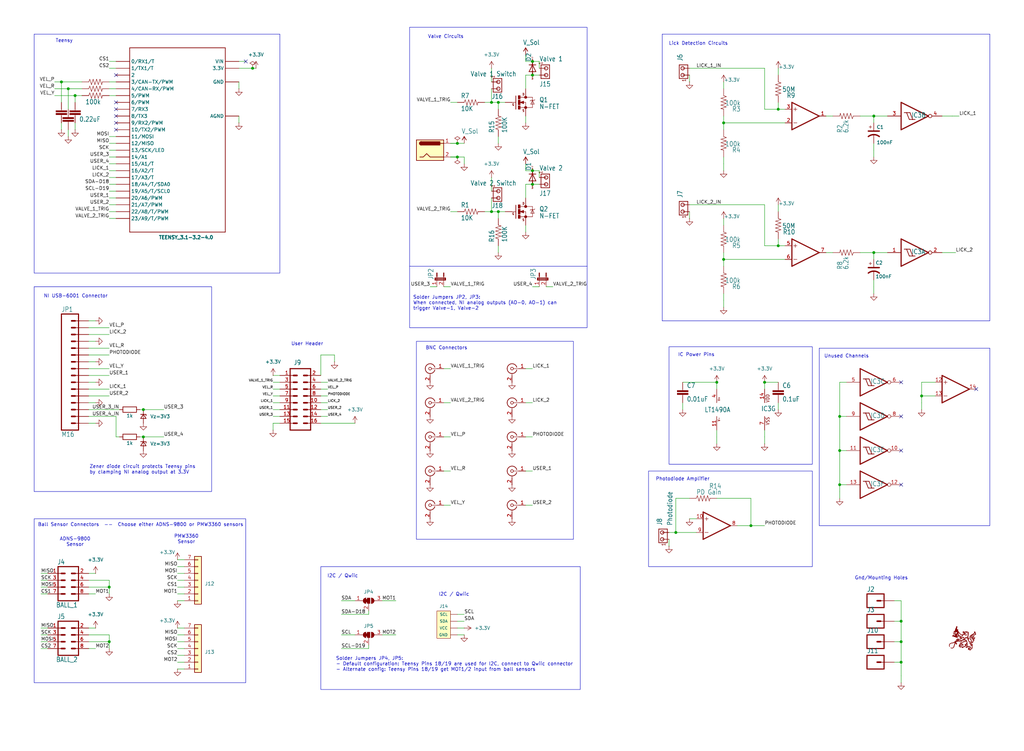
<source format=kicad_sch>
(kicad_sch (version 20231120) (generator "eeschema") (generator_version "8.0")
  (paper "User" 381 279.4)
  (lib_symbols
    (symbol "Connector:Barrel_Jack" (pin_names (offset 1.016))
      (property "Reference" "J" (at 0 5.334 0))
      (property "Value" "Barrel_Jack" (at 0 -5.08 0))
      (symbol "Barrel_Jack_1_1"
        (pin passive line (at 7.62 2.54 180) (length 2.54) (name "~") (number "1"))
        (pin passive line (at 7.62 -2.54 180) (length 2.54) (name "~") (number "2"))
      )
    )
    (symbol "Connector:Conn_Coaxial" (pin_names (offset 1.016) hide)
      (property "Reference" "J" (at 0.254 3.048 0))
      (property "Value" "Conn_Coaxial" (at 2.921 0 90))
      (symbol "Conn_Coaxial_1_1"
        (pin passive line (at -5.08 0 0) (length 2.54) (name "In") (number "1"))
        (pin passive line (at 0 -5.08 90) (length 2.54) (name "Ext") (number "2"))
      )
    )
    (symbol "Connector_Generic:Conn_01x07" (pin_names (offset 1.016) hide)
      (property "Reference" "J" (at 0 10.16 0))
      (property "Value" "Conn_01x07" (at 0 -10.16 0))
      (symbol "Conn_01x07_1_1"
        (pin passive line (at -5.08 7.62 0) (length 3.81) (name "Pin_1") (number "1"))
        (pin passive line (at -5.08 5.08 0) (length 3.81) (name "Pin_2") (number "2"))
        (pin passive line (at -5.08 2.54 0) (length 3.81) (name "Pin_3") (number "3"))
        (pin passive line (at -5.08 0 0) (length 3.81) (name "Pin_4") (number "4"))
        (pin passive line (at -5.08 -2.54 0) (length 3.81) (name "Pin_5") (number "5"))
        (pin passive line (at -5.08 -5.08 0) (length 3.81) (name "Pin_6") (number "6"))
        (pin passive line (at -5.08 -7.62 0) (length 3.81) (name "Pin_7") (number "7"))
      )
    )
    (symbol "Device:C_Polarized_US" (pin_numbers hide) (pin_names (offset 0.254) hide)
      (property "Reference" "C" (at 0.635 2.54 0))
      (property "Value" "C_Polarized_US" (at 0.635 -2.54 0))
      (symbol "C_Polarized_US_1_1"
        (pin passive line (at 0 3.81 270) (length 2.794) (name "~") (number "1"))
        (pin passive line (at 0 -3.81 90) (length 3.302) (name "~") (number "2"))
      )
    )
    (symbol "Device:D_Zener_Small" (pin_numbers hide) (pin_names (offset 0.254) hide)
      (property "Reference" "D" (at 0 2.286 0))
      (property "Value" "D_Zener_Small" (at 0 -2.286 0))
      (symbol "D_Zener_Small_1_1"
        (pin passive line (at -2.54 0 0) (length 1.778) (name "K") (number "1"))
        (pin passive line (at 2.54 0 180) (length 1.778) (name "A") (number "2"))
      )
    )
    (symbol "Device:R" (pin_numbers hide) (pin_names (offset 0))
      (property "Reference" "R" (at 2.032 0 90))
      (property "Value" "R" (at 0 0 90))
      (symbol "R_1_1"
        (pin passive line (at 0 3.81 270) (length 1.27) (name "~") (number "1"))
        (pin passive line (at 0 -3.81 90) (length 1.27) (name "~") (number "2"))
      )
    )
    (symbol "HarveyBehaviorPCB_v2-eagle-import:0.1UF-50V-20%(PTH)KIT-EZ"
      (property "Reference" "C" (at 1.524 2.921 0))
      (symbol "0.1UF-50V-20%(PTH)KIT-EZ_1_0"
        (pin passive line (at 0 5.08 270) (length 2.54) (name "1") (number "1"))
        (pin passive line (at 0 -2.54 90) (length 2.54) (name "2") (number "2"))
      )
    )
    (symbol "HarveyBehaviorPCB_v2-eagle-import:1N4004"
      (property "Reference" "D" (at 2.54 0.4826 0))
      (symbol "1N4004_1_0"
        (text "SpiceOrder 1" (at -2.54 0 0) (effects (font (size 0.4064 0.3454))))
        (text "SpiceOrder 2" (at 2.54 0 0) (effects (font (size 0.4064 0.3454))))
        (pin passive line (at -2.54 0 0) (length 2.54) (name "A") (number "A"))
        (pin passive line (at 2.54 0 180) (length 2.54) (name "C") (number "C"))
      )
    )
    (symbol "HarveyBehaviorPCB_v2-eagle-import:40106N"
      (property "Reference" "IC" (at -1.27 -0.635 0))
      (symbol "40106N_1_0"
        (pin input line (at -10.16 0 0) (length 5.08) (name "I") (number "1"))
        (pin output inverted (at 10.16 0 180) (length 5.08) (name "O") (number "2"))
      )
      (symbol "40106N_2_0"
        (pin input line (at -10.16 0 0) (length 5.08) (name "I") (number "3"))
        (pin output inverted (at 10.16 0 180) (length 5.08) (name "O") (number "4"))
      )
      (symbol "40106N_3_0"
        (pin input line (at -10.16 0 0) (length 5.08) (name "I") (number "5"))
        (pin output inverted (at 10.16 0 180) (length 5.08) (name "O") (number "6"))
      )
      (symbol "40106N_4_0"
        (pin output inverted (at 10.16 0 180) (length 5.08) (name "O") (number "8"))
        (pin input line (at -10.16 0 0) (length 5.08) (name "I") (number "9"))
      )
      (symbol "40106N_5_0"
        (pin output inverted (at 10.16 0 180) (length 5.08) (name "O") (number "10"))
        (pin input line (at -10.16 0 0) (length 5.08) (name "I") (number "11"))
      )
      (symbol "40106N_6_0"
        (pin output inverted (at 10.16 0 180) (length 5.08) (name "O") (number "12"))
        (pin input line (at -10.16 0 0) (length 5.08) (name "I") (number "13"))
      )
      (symbol "40106N_7_0"
        (text "VDD" (at 1.905 2.54 900) (effects (font (size 1.27 1.0795)) (justify left bottom)))
        (text "VSS" (at 1.905 -5.842 900) (effects (font (size 1.27 1.0795)) (justify left bottom)))
        (pin power_in line (at 0 7.62 270) (length 5.08) (name "VDD") (number "14"))
        (pin power_in line (at 0 -7.62 90) (length 5.08) (name "VSS") (number "7"))
      )
    )
    (symbol "HarveyBehaviorPCB_v2-eagle-import:CAPPTH2"
      (property "Reference" "C" (at 1.524 2.921 0))
      (symbol "CAPPTH2_1_0"
        (pin passive line (at 0 5.08 270) (length 2.54) (name "1") (number "1"))
        (pin passive line (at 0 -2.54 90) (length 2.54) (name "2") (number "2"))
      )
    )
    (symbol "HarveyBehaviorPCB_v2-eagle-import:JUMPER-2PTH"
      (property "Reference" "JP" (at -1.27 0 90))
      (symbol "JUMPER-2PTH_1_0"
        (pin passive line (at 0 -2.54 90) (length 2.54) (name "1") (number "1"))
        (pin passive line (at 2.54 -2.54 90) (length 2.54) (name "2") (number "2"))
      )
    )
    (symbol "HarveyBehaviorPCB_v2-eagle-import:M01SMTSO-256-ET-0.165DIA"
      (property "Reference" "J" (at -2.54 3.302 0))
      (symbol "M01SMTSO-256-ET-0.165DIA_1_0"
        (pin passive line (at 7.62 0 180) (length 5.08) (name "1") (number "P$1"))
      )
    )
    (symbol "HarveyBehaviorPCB_v2-eagle-import:M04X2"
      (property "Reference" "J" (at -4.064 8.382 0))
      (symbol "M04X2_1_0"
        (pin passive line (at -7.62 5.08 0) (length 5.08) (name "1") (number "1"))
        (pin passive line (at 7.62 5.08 180) (length 5.08) (name "2") (number "2"))
        (pin passive line (at -7.62 2.54 0) (length 5.08) (name "3") (number "3"))
        (pin passive line (at 7.62 2.54 180) (length 5.08) (name "4") (number "4"))
        (pin passive line (at -7.62 0 0) (length 5.08) (name "5") (number "5"))
        (pin passive line (at 7.62 0 180) (length 5.08) (name "6") (number "6"))
        (pin passive line (at -7.62 -2.54 0) (length 5.08) (name "7") (number "7"))
        (pin passive line (at 7.62 -2.54 180) (length 5.08) (name "8") (number "8"))
      )
    )
    (symbol "HarveyBehaviorPCB_v2-eagle-import:M08X2"
      (property "Reference" "J" (at -2.54 13.97 0))
      (symbol "M08X2_1_0"
        (pin passive line (at -7.62 10.16 0) (length 5.08) (name "1") (number "1"))
        (pin passive line (at 7.62 0 180) (length 5.08) (name "10") (number "10"))
        (pin passive line (at -7.62 -2.54 0) (length 5.08) (name "11") (number "11"))
        (pin passive line (at 7.62 -2.54 180) (length 5.08) (name "12") (number "12"))
        (pin passive line (at -7.62 -5.08 0) (length 5.08) (name "13") (number "13"))
        (pin passive line (at 7.62 -5.08 180) (length 5.08) (name "14") (number "14"))
        (pin passive line (at -7.62 -7.62 0) (length 5.08) (name "15") (number "15"))
        (pin passive line (at 7.62 -7.62 180) (length 5.08) (name "16") (number "16"))
        (pin passive line (at 7.62 10.16 180) (length 5.08) (name "2") (number "2"))
        (pin passive line (at -7.62 7.62 0) (length 5.08) (name "3") (number "3"))
        (pin passive line (at 7.62 7.62 180) (length 5.08) (name "4") (number "4"))
        (pin passive line (at -7.62 5.08 0) (length 5.08) (name "5") (number "5"))
        (pin passive line (at 7.62 5.08 180) (length 5.08) (name "6") (number "6"))
        (pin passive line (at -7.62 2.54 0) (length 5.08) (name "7") (number "7"))
        (pin passive line (at 7.62 2.54 180) (length 5.08) (name "8") (number "8"))
        (pin passive line (at -7.62 0 0) (length 5.08) (name "9") (number "9"))
      )
    )
    (symbol "HarveyBehaviorPCB_v2-eagle-import:M16"
      (property "Reference" "JP" (at 0 21.082 0))
      (symbol "M16_1_0"
        (pin passive line (at 10.16 -20.32 180) (length 5.08) (name "1") (number "1"))
        (pin passive line (at 10.16 2.54 180) (length 5.08) (name "10") (number "10"))
        (pin passive line (at 10.16 5.08 180) (length 5.08) (name "11") (number "11"))
        (pin passive line (at 10.16 7.62 180) (length 5.08) (name "12") (number "12"))
        (pin passive line (at 10.16 10.16 180) (length 5.08) (name "13") (number "13"))
        (pin passive line (at 10.16 12.7 180) (length 5.08) (name "14") (number "14"))
        (pin passive line (at 10.16 15.24 180) (length 5.08) (name "15") (number "15"))
        (pin passive line (at 10.16 17.78 180) (length 5.08) (name "16") (number "16"))
        (pin passive line (at 10.16 -20.32 180) (length 5.08) (name "1") (number "17"))
        (pin passive line (at 10.16 -17.78 180) (length 5.08) (name "2") (number "18"))
        (pin passive line (at 10.16 -15.24 180) (length 5.08) (name "3") (number "19"))
        (pin passive line (at 10.16 -17.78 180) (length 5.08) (name "2") (number "2"))
        (pin passive line (at 10.16 -12.7 180) (length 5.08) (name "4") (number "20"))
        (pin passive line (at 10.16 -10.16 180) (length 5.08) (name "5") (number "21"))
        (pin passive line (at 10.16 -7.62 180) (length 5.08) (name "6") (number "22"))
        (pin passive line (at 10.16 -5.08 180) (length 5.08) (name "7") (number "23"))
        (pin passive line (at 10.16 -2.54 180) (length 5.08) (name "8") (number "24"))
        (pin passive line (at 10.16 0 180) (length 5.08) (name "9") (number "25"))
        (pin passive line (at 10.16 2.54 180) (length 5.08) (name "10") (number "26"))
        (pin passive line (at 10.16 5.08 180) (length 5.08) (name "11") (number "27"))
        (pin passive line (at 10.16 7.62 180) (length 5.08) (name "12") (number "28"))
        (pin passive line (at 10.16 10.16 180) (length 5.08) (name "13") (number "29"))
        (pin passive line (at 10.16 -15.24 180) (length 5.08) (name "3") (number "3"))
        (pin passive line (at 10.16 12.7 180) (length 5.08) (name "14") (number "30"))
        (pin passive line (at 10.16 15.24 180) (length 5.08) (name "15") (number "31"))
        (pin passive line (at 10.16 17.78 180) (length 5.08) (name "16") (number "32"))
        (pin passive line (at 10.16 -12.7 180) (length 5.08) (name "4") (number "4"))
        (pin passive line (at 10.16 -10.16 180) (length 5.08) (name "5") (number "5"))
        (pin passive line (at 10.16 -7.62 180) (length 5.08) (name "6") (number "6"))
        (pin passive line (at 10.16 -5.08 180) (length 5.08) (name "7") (number "7"))
        (pin passive line (at 10.16 -2.54 180) (length 5.08) (name "8") (number "8"))
        (pin passive line (at 10.16 0 180) (length 5.08) (name "9") (number "9"))
      )
    )
    (symbol "HarveyBehaviorPCB_v2-eagle-import:MOSFET-NCHANNELFQP30N06L"
      (property "Reference" "Q" (at 5.08 2.54 0))
      (symbol "MOSFET-NCHANNELFQP30N06L_1_0"
        (text "D" (at -1.27 2.54 0) (effects (font (size 0.8128 0.6908)) (justify left bottom)))
        (text "G" (at -5.08 -1.27 0) (effects (font (size 0.8128 0.6908)) (justify left bottom)))
        (text "S" (at -1.27 -3.556 0) (effects (font (size 0.8128 0.6908)) (justify left bottom)))
        (pin passive line (at -7.62 0 0) (length 2.54) (name "G") (number "1"))
        (pin passive line (at 0 5.08 270) (length 2.54) (name "D") (number "2"))
        (pin passive line (at 0 -5.08 90) (length 2.54) (name "S") (number "3"))
      )
    )
    (symbol "HarveyBehaviorPCB_v2-eagle-import:OPA4658P"
      (symbol "OPA4658P_1_0"
        (pin output line (at 7.62 0 180) (length 2.54) (name "OUT") (number "1"))
        (pin input line (at -7.62 -2.54 0) (length 2.54) (name "-IN") (number "2"))
        (pin input line (at -7.62 2.54 0) (length 2.54) (name "+IN") (number "3"))
      )
      (symbol "OPA4658P_2_0"
        (pin input line (at -7.62 2.54 0) (length 2.54) (name "+IN") (number "5"))
        (pin input line (at -7.62 -2.54 0) (length 2.54) (name "-IN") (number "6"))
        (pin output line (at 7.62 0 180) (length 2.54) (name "OUT") (number "7"))
      )
      (symbol "OPA4658P_3_0"
        (pin input line (at -7.62 2.54 0) (length 2.54) (name "+IN") (number "10"))
        (pin output line (at 7.62 0 180) (length 2.54) (name "OUT") (number "8"))
        (pin input line (at -7.62 -2.54 0) (length 2.54) (name "-IN") (number "9"))
      )
      (symbol "OPA4658P_4_0"
        (pin input line (at -7.62 2.54 0) (length 2.54) (name "+IN") (number "12"))
        (pin input line (at -7.62 -2.54 0) (length 2.54) (name "-IN") (number "13"))
        (pin output line (at 7.62 0 180) (length 2.54) (name "OUT") (number "14"))
      )
      (symbol "OPA4658P_5_0"
        (text "V+" (at 1.27 3.175 900) (effects (font (size 0.8128 0.6908)) (justify left bottom)))
        (text "V-" (at 1.27 -4.445 900) (effects (font (size 0.8128 0.6908)) (justify left bottom)))
        (pin power_in line (at 0 -7.62 90) (length 5.08) (name "V-") (number "11"))
        (pin power_in line (at 0 7.62 270) (length 5.08) (name "V+") (number "4"))
      )
    )
    (symbol "HarveyBehaviorPCB_v2-eagle-import:RESISTORPTH-1/2W"
      (property "Reference" "R" (at -3.81 1.4986 0))
      (symbol "RESISTORPTH-1/2W_1_0"
        (pin passive line (at -5.08 0 0) (length 2.54) (name "1") (number "P$1"))
        (pin passive line (at 5.08 0 180) (length 2.54) (name "2") (number "P$2"))
      )
    )
    (symbol "HarveyBehaviorPCB_v2-eagle-import:TEENSY_3.1-3.2_DIL"
      (symbol "TEENSY_3.1-3.2_DIL_1_0"
        (pin bidirectional line (at -22.86 25.4 0) (length 5.08) (name "0/RX1/T") (number "0"))
        (pin bidirectional line (at -22.86 22.86 0) (length 5.08) (name "1/TX1/T") (number "1"))
        (pin bidirectional line (at -22.86 0 0) (length 5.08) (name "10/TX2/PWM") (number "10"))
        (pin bidirectional line (at -22.86 -2.54 0) (length 5.08) (name "11/MOSI") (number "11"))
        (pin bidirectional line (at -22.86 -5.08 0) (length 5.08) (name "12/MISO") (number "12"))
        (pin bidirectional line (at -22.86 -7.62 0) (length 5.08) (name "13/SCK/LED") (number "13"))
        (pin bidirectional line (at -22.86 -10.16 0) (length 5.08) (name "14/A1") (number "14/A0"))
        (pin bidirectional line (at -22.86 -12.7 0) (length 5.08) (name "15/A1/T") (number "15/A1"))
        (pin bidirectional line (at -22.86 -15.24 0) (length 5.08) (name "16/A2/T") (number "16/A2"))
        (pin bidirectional line (at -22.86 -17.78 0) (length 5.08) (name "17/A3/T") (number "17/A3"))
        (pin bidirectional line (at -22.86 -20.32 0) (length 5.08) (name "18/A4/T/SDA0") (number "18/A4"))
        (pin bidirectional line (at -22.86 -22.86 0) (length 5.08) (name "19/A5/T/SCL0") (number "19/A5"))
        (pin bidirectional line (at -22.86 20.32 0) (length 5.08) (name "2") (number "2"))
        (pin bidirectional line (at -22.86 -25.4 0) (length 5.08) (name "20/A6/PWM") (number "20/A6"))
        (pin bidirectional line (at -22.86 -27.94 0) (length 5.08) (name "21/A7/PWM") (number "21/A7"))
        (pin bidirectional line (at -22.86 -30.48 0) (length 5.08) (name "22/A8/T/PWM") (number "22/A8"))
        (pin bidirectional line (at -22.86 -33.02 0) (length 5.08) (name "23/A9/T/PWM") (number "23/A9"))
        (pin bidirectional line (at -22.86 17.78 0) (length 5.08) (name "3/CAN-TX/PWM") (number "3"))
        (pin power_in line (at 22.86 22.86 180) (length 5.08) (name "3.3V") (number "3.3V"))
        (pin bidirectional line (at -22.86 15.24 0) (length 5.08) (name "4/CAN-RX/PWM") (number "4"))
        (pin bidirectional line (at -22.86 12.7 0) (length 5.08) (name "5/PWM") (number "5"))
        (pin bidirectional line (at -22.86 10.16 0) (length 5.08) (name "6/PWM") (number "6"))
        (pin bidirectional line (at -22.86 7.62 0) (length 5.08) (name "7/RX3") (number "7"))
        (pin bidirectional line (at -22.86 5.08 0) (length 5.08) (name "8/TX3") (number "8"))
        (pin bidirectional line (at -22.86 2.54 0) (length 5.08) (name "9/RX2/PWM") (number "9"))
        (pin power_in line (at 22.86 5.08 180) (length 5.08) (name "AGND") (number "AGND"))
        (pin power_in line (at 22.86 17.78 180) (length 5.08) (name "GND") (number "GND"))
        (pin power_in line (at 22.86 25.4 180) (length 5.08) (name "VIN") (number "VIN"))
      )
    )
    (symbol "HarveyBehaviorPCB_v2-eagle-import:VCCA" (power)
      (symbol "VCCA_1_0"
        (pin power_in line (at 0 0 90) (length 2.54) (name "VCCA") (number "1"))
      )
    )
    (symbol "HarveyBehaviorPCB_v2-eagle-import:con-amp_MTA02-100"
      (property "Reference" "J" (at 5.08 0 0))
      (symbol "con-amp_MTA02-100_1_0"
        (text "1" (at -2.54 -1.27 0) (effects (font (size 1.27 1.0795)) (justify left bottom)))
        (pin passive line (at 0 -2.54 90) (length 2.54) (name "1") (number "1"))
        (pin passive line (at 2.54 -2.54 90) (length 2.54) (name "2") (number "2"))
      )
    )
    (symbol "Jumper:SolderJumper_3_Bridged12" (pin_names (offset 0) hide) (exclude_from_sim yes) (in_bom no)
      (property "Reference" "JP" (at -2.54 -2.54 0))
      (property "Value" "SolderJumper_3_Bridged12" (at 0 2.794 0))
      (symbol "SolderJumper_3_Bridged12_1_1"
        (pin passive line (at -5.08 0 0) (length 2.54) (name "A") (number "1"))
        (pin passive line (at 0 -3.81 90) (length 2.54) (name "C") (number "2"))
        (pin passive line (at 5.08 0 180) (length 2.54) (name "B") (number "3"))
      )
    )
    (symbol "RIC_Global_Symbols:RIC_Logo" (pin_names (offset 1.016)))
    (symbol "SparkFun-Connectors:I2C_STANDARDQWIIC" (pin_numbers hide) (pin_names (offset 1.016))
      (property "Reference" "J" (at -5.08 10.16 0))
      (property "Value" "I2C_STANDARDQWIIC" (at -5.08 -3.81 0))
      (property "Field4" "CONN-13729" (at 0 13.97 0))
      (symbol "I2C_STANDARDQWIIC_1_1"
        (pin power_in line (at 2.54 0 180) (length 2.54) (name "GND") (number "1"))
        (pin power_in line (at 2.54 2.54 180) (length 2.54) (name "VCC") (number "2"))
        (pin passive line (at 2.54 5.08 180) (length 2.54) (name "SDA") (number "3"))
        (pin passive line (at 2.54 7.62 180) (length 2.54) (name "SCL") (number "4"))
      )
    )
    (symbol "power:+3.3V" (power) (pin_numbers hide) (pin_names (offset 0) hide)
      (property "Value" "+3.3V" (at 0 3.556 0))
      (symbol "+3.3V_1_1"
        (pin power_in line (at 0 0 90) (length 0) (name "~") (number "1"))
      )
    )
    (symbol "power:GND" (power) (pin_numbers hide) (pin_names (offset 0) hide)
      (property "Value" "GND" (at 0 -3.81 0))
      (symbol "GND_1_1"
        (pin power_in line (at 0 0 270) (length 0) (name "~") (number "1"))
      )
    )
    (symbol "power:PWR_FLAG" (power) (pin_numbers hide) (pin_names (offset 0) hide)
      (property "Value" "PWR_FLAG" (at 0 3.81 0))
      (symbol "PWR_FLAG_0_0"
        (pin power_out line (at 0 0 90) (length 0) (name "~") (number "1"))
      )
    )
  )
  (junction (at 185.42 78.74))
  (junction (at 342.9 147.32))
  (junction (at 335.28 246.38))
  (junction (at 40.64 238.76))
  (junction (at 312.42 167.64))
  (junction (at 182.88 38.1))
  (junction (at 170.18 53.34))
  (junction (at 289.56 40.64))
  (junction (at 40.64 218.44))
  (junction (at 27.94 35.56))
  (junction (at 182.88 78.74))
  (junction (at 325.12 93.98))
  (junction (at 198.12 22.86))
  (junction (at 25.4 33.02))
  (junction (at 93.98 25.4))
  (junction (at 312.42 180.34))
  (junction (at 185.42 38.1))
  (junction (at 325.12 43.18))
  (junction (at 53.34 162.56))
  (junction (at 198.12 63.5))
  (junction (at 279.4 195.58))
  (junction (at 284.48 142.24))
  (junction (at 335.28 231.14))
  (junction (at 198.12 27.94))
  (junction (at 251.46 198.12))
  (junction (at 170.18 58.42))
  (junction (at 198.12 68.58))
  (junction (at 266.7 142.24))
  (junction (at 312.42 154.94))
  (junction (at 53.34 152.4))
  (junction (at 269.24 96.52))
  (junction (at 289.56 91.44))
  (junction (at 269.24 45.72))
  (junction (at 335.28 238.76))
  (junction (at 22.86 30.48))
  (no_connect (at 335.28 142.24))
  (no_connect (at 43.18 38.1))
  (no_connect (at 335.28 167.64))
  (no_connect (at 335.28 180.34))
  (no_connect (at 43.18 45.72))
  (no_connect (at 363.22 144.78))
  (no_connect (at 43.18 43.18))
  (no_connect (at 43.18 27.94))
  (no_connect (at 91.44 22.86))
  (no_connect (at 335.28 154.94))
  (no_connect (at 43.18 40.64))
  (no_connect (at 43.18 48.26))
  (wire (pts (xy 162.56 106.68) (xy 160.02 106.68)) (stroke (width 0.1524)))
  (wire (pts (xy 33.02 132.08) (xy 40.64 132.08)) (stroke (width 0.1524)))
  (wire (pts (xy 43.18 78.74) (xy 40.64 78.74)) (stroke (width 0.1524)))
  (wire (pts (xy 104.14 139.7) (xy 101.6 139.7)) (stroke (width 0.1524)))
  (wire (pts (xy 342.9 149.86) (xy 342.9 152.4)))
  (wire (pts (xy 124.46 132.08) (xy 124.46 134.62)))
  (wire (pts (xy 66.04 238.76) (xy 68.58 238.76)))
  (wire (pts (xy 170.18 233.68) (xy 172.72 233.68)))
  (wire (pts (xy 165.1 175.26) (xy 167.64 175.26)) (stroke (width 0.1524)))
  (wire (pts (xy 266.7 142.24) (xy 266.7 144.78)) (stroke (width 0.1524)))
  (wire (pts (xy 167.64 53.34) (xy 170.18 53.34)) (stroke (width 0.1524)))
  (wire (pts (xy 43.18 68.58) (xy 40.64 68.58)) (stroke (width 0.1524)))
  (wire (pts (xy 335.28 238.76) (xy 335.28 246.38)) (stroke (width 0.1524)))
  (wire (pts (xy 43.18 50.8) (xy 40.64 50.8)) (stroke (width 0.1524)))
  (wire (pts (xy 66.04 210.82) (xy 68.58 210.82)))
  (wire (pts (xy 170.18 228.6) (xy 172.72 228.6)))
  (wire (pts (xy 185.42 91.44) (xy 185.42 93.98)))
  (wire (pts (xy 66.04 236.22) (xy 68.58 236.22)))
  (wire (pts (xy 325.12 106.68) (xy 325.12 109.22)))
  (wire (pts (xy 17.78 213.36) (xy 15.24 213.36)) (stroke (width 0.1524)))
  (wire (pts (xy 325.12 93.98) (xy 320.04 93.98)) (stroke (width 0.1524)))
  (wire (pts (xy 43.18 22.86) (xy 40.64 22.86)) (stroke (width 0.1524)))
  (wire (pts (xy 165.1 106.68) (xy 167.64 106.68)) (stroke (width 0.1524)))
  (wire (pts (xy 66.04 215.9) (xy 68.58 215.9)))
  (wire (pts (xy 33.02 142.24) (xy 35.56 142.24)) (stroke (width 0.1524)))
  (wire (pts (xy 119.38 152.4) (xy 121.92 152.4)) (stroke (width 0.1524)))
  (wire (pts (xy 185.42 38.1) (xy 187.96 38.1)) (stroke (width 0.1524)))
  (wire (pts (xy 167.64 58.42) (xy 170.18 58.42)) (stroke (width 0.1524)))
  (wire (pts (xy 332.74 223.52) (xy 335.28 223.52)) (stroke (width 0.1524)))
  (wire (pts (xy 43.18 33.02) (xy 40.64 33.02)) (stroke (width 0.1524)))
  (wire (pts (xy 185.42 50.8) (xy 185.42 53.34)))
  (wire (pts (xy 182.88 78.74) (xy 185.42 78.74)) (stroke (width 0.1524)))
  (wire (pts (xy 284.48 144.78) (xy 284.48 142.24)) (stroke (width 0.1524)))
  (wire (pts (xy 43.18 35.56) (xy 40.64 35.56)) (stroke (width 0.1524)))
  (wire (pts (xy 251.46 185.42) (xy 256.54 185.42)) (stroke (width 0.1524)))
  (wire (pts (xy 52.07 152.4) (xy 53.34 152.4)))
  (wire (pts (xy 347.98 142.24) (xy 342.9 142.24)) (stroke (width 0.1524)))
  (wire (pts (xy 137.16 241.3) (xy 137.16 240.03)))
  (wire (pts (xy 203.2 106.68) (xy 205.74 106.68)) (stroke (width 0.1524)))
  (wire (pts (xy 332.74 231.14) (xy 335.28 231.14)) (stroke (width 0.1524)))
  (wire (pts (xy 325.12 55.88) (xy 325.12 58.42)))
  (polyline (pts (xy 152.4 99.06) (xy 218.44 99.06)))
  (wire (pts (xy 33.02 137.16) (xy 40.64 137.16)) (stroke (width 0.1524)))
  (wire (pts (xy 347.98 147.32) (xy 342.9 147.32)) (stroke (width 0.1524)))
  (wire (pts (xy 30.48 35.56) (xy 27.94 35.56)) (stroke (width 0.1524)))
  (wire (pts (xy 266.7 185.42) (xy 279.4 185.42)) (stroke (width 0.1524)))
  (wire (pts (xy 269.24 60.96) (xy 269.24 63.5)))
  (wire (pts (xy 354.33 43.18) (xy 356.87 43.18)) (stroke (width 0.1524)))
  (wire (pts (xy 33.02 139.7) (xy 40.64 139.7)) (stroke (width 0.1524)))
  (wire (pts (xy 195.58 33.02) (xy 195.58 27.94)) (stroke (width 0.1524)))
  (wire (pts (xy 195.58 149.86) (xy 198.12 149.86)) (stroke (width 0.1524)))
  (wire (pts (xy 330.2 43.18) (xy 325.12 43.18)) (stroke (width 0.1524)))
  (wire (pts (xy 254 142.24) (xy 266.7 142.24)) (stroke (width 0.1524)))
  (wire (pts (xy 292.1 40.64) (xy 289.56 40.64)) (stroke (width 0.1524)))
  (wire (pts (xy 342.9 147.32) (xy 342.9 149.86)) (stroke (width 0.1524)))
  (wire (pts (xy 259.08 193.04) (xy 256.54 193.04)) (stroke (width 0.1524)))
  (wire (pts (xy 33.02 220.98) (xy 35.56 220.98)) (stroke (width 0.1524)))
  (wire (pts (xy 15.24 238.76) (xy 17.78 238.76)) (stroke (width 0.1524)))
  (wire (pts (xy 330.2 93.98) (xy 325.12 93.98)) (stroke (width 0.1524)))
  (wire (pts (xy 266.7 162.56) (xy 266.7 160.02)) (stroke (width 0.1524)))
  (wire (pts (xy 66.04 241.3) (xy 68.58 241.3)))
  (wire (pts (xy 142.24 236.22) (xy 147.32 236.22)))
  (wire (pts (xy 182.88 33.02) (xy 182.88 38.1)) (stroke (width 0.1524)))
  (wire (pts (xy 254 149.86) (xy 254 152.4)))
  (wire (pts (xy 185.42 81.28) (xy 185.42 78.74)) (stroke (width 0.1524)))
  (wire (pts (xy 325.12 43.18) (xy 320.04 43.18)) (stroke (width 0.1524)))
  (wire (pts (xy 40.64 238.76) (xy 40.64 241.3)))
  (wire (pts (xy 88.9 43.18) (xy 88.9 45.72)))
  (wire (pts (xy 279.4 185.42) (xy 279.4 195.58)) (stroke (width 0.1524)))
  (wire (pts (xy 104.14 152.4) (xy 101.6 152.4)) (stroke (width 0.1524)))
  (wire (pts (xy 269.24 33.02) (xy 269.24 30.48)) (stroke (width 0.1524)))
  (wire (pts (xy 182.88 78.74) (xy 180.34 78.74)) (stroke (width 0.1524)))
  (wire (pts (xy 33.02 124.46) (xy 40.64 124.46)) (stroke (width 0.1524)))
  (wire (pts (xy 284.48 91.44) (xy 289.56 91.44)) (stroke (width 0.1524)))
  (wire (pts (xy 66.04 248.92) (xy 68.58 248.92)))
  (wire (pts (xy 119.38 149.86) (xy 121.92 149.86)) (stroke (width 0.1524)))
  (wire (pts (xy 165.1 162.56) (xy 167.64 162.56)) (stroke (width 0.1524)))
  (wire (pts (xy 172.72 58.42) (xy 172.72 60.96)))
  (wire (pts (xy 36.83 152.4) (xy 44.45 152.4)))
  (wire (pts (xy 33.02 134.62) (xy 35.56 134.62)) (stroke (width 0.1524)))
  (wire (pts (xy 104.14 147.32) (xy 101.6 147.32)) (stroke (width 0.1524)))
  (wire (pts (xy 312.42 180.34) (xy 312.42 182.88)) (stroke (width 0.1524)))
  (wire (pts (xy 170.18 78.74) (xy 167.64 78.74)) (stroke (width 0.1524)))
  (wire (pts (xy 195.58 22.86) (xy 198.12 22.86)) (stroke (width 0.1524)))
  (wire (pts (xy 289.56 38.1) (xy 289.56 40.64)) (stroke (width 0.1524)))
  (wire (pts (xy 182.88 66.04) (xy 182.88 71.12)) (stroke (width 0.1524)))
  (wire (pts (xy 17.78 241.3) (xy 15.24 241.3)) (stroke (width 0.1524)))
  (wire (pts (xy 279.4 195.58) (xy 284.48 195.58)) (stroke (width 0.1524)))
  (wire (pts (xy 33.02 236.22) (xy 40.64 236.22)) (stroke (width 0.1524)))
  (wire (pts (xy 43.18 58.42) (xy 40.64 58.42)) (stroke (width 0.1524)))
  (wire (pts (xy 198.12 22.86) (xy 200.66 22.86)) (stroke (width 0.1524)))
  (wire (pts (xy 198.12 63.5) (xy 200.66 63.5)) (stroke (width 0.1524)))
  (wire (pts (xy 33.02 121.92) (xy 40.64 121.92)) (stroke (width 0.1524)))
  (wire (pts (xy 33.02 147.32) (xy 40.64 147.32)) (stroke (width 0.1524)))
  (wire (pts (xy 269.24 45.72) (xy 269.24 48.26)) (stroke (width 0.1524)))
  (wire (pts (xy 43.18 60.96) (xy 40.64 60.96)) (stroke (width 0.1524)))
  (wire (pts (xy 43.18 66.04) (xy 40.64 66.04)) (stroke (width 0.1524)))
  (wire (pts (xy 185.42 78.74) (xy 187.96 78.74)) (stroke (width 0.1524)))
  (wire (pts (xy 43.18 71.12) (xy 40.64 71.12)) (stroke (width 0.1524)))
  (wire (pts (xy 195.58 83.82) (xy 195.58 86.36)))
  (wire (pts (xy 142.24 223.52) (xy 147.32 223.52)))
  (wire (pts (xy 43.18 25.4) (xy 40.64 25.4)) (stroke (width 0.1524)))
  (wire (pts (xy 119.38 139.7) (xy 119.38 132.08)) (stroke (width 0.1524)))
  (wire (pts (xy 170.18 53.34) (xy 167.64 53.34)))
  (wire (pts (xy 195.58 43.18) (xy 195.58 45.72)))
  (wire (pts (xy 332.74 238.76) (xy 335.28 238.76)) (stroke (width 0.1524)))
  (wire (pts (xy 43.18 76.2) (xy 40.64 76.2)) (stroke (width 0.1524)))
  (wire (pts (xy 195.58 63.5) (xy 198.12 63.5)) (stroke (width 0.1524)))
  (wire (pts (xy 256.54 76.2) (xy 284.48 76.2)) (stroke (width 0.1524)))
  (wire (pts (xy 66.04 246.38) (xy 68.58 246.38)))
  (wire (pts (xy 325.12 106.68) (xy 325.12 104.14)) (stroke (width 0.1524)))
  (wire (pts (xy 284.48 142.24) (xy 289.56 142.24)) (stroke (width 0.1524)))
  (wire (pts (xy 198.12 68.58) (xy 200.66 68.58)) (stroke (width 0.1524)))
  (wire (pts (xy 88.9 22.86) (xy 91.44 22.86)))
  (wire (pts (xy 33.02 154.94) (xy 43.18 154.94)) (stroke (width 0.1524)))
  (wire (pts (xy 170.18 58.42) (xy 167.64 58.42)))
  (wire (pts (xy 127 228.6) (xy 137.16 228.6)))
  (wire (pts (xy 88.9 25.4) (xy 93.98 25.4)))
  (wire (pts (xy 269.24 111.76) (xy 269.24 109.22)) (stroke (width 0.1524)))
  (wire (pts (xy 27.94 35.56) (xy 27.94 38.1)) (stroke (width 0.1524)))
  (wire (pts (xy 25.4 48.26) (xy 25.4 50.8)))
  (wire (pts (xy 43.18 30.48) (xy 40.64 30.48)) (stroke (width 0.1524)))
  (wire (pts (xy 182.88 25.4) (xy 182.88 30.48)) (stroke (width 0.1524)))
  (wire (pts (xy 312.42 142.24) (xy 312.42 154.94)) (stroke (width 0.1524)))
  (wire (pts (xy 25.4 33.02) (xy 20.32 33.02)) (stroke (width 0.1524)))
  (wire (pts (xy 195.58 175.26) (xy 198.12 175.26)) (stroke (width 0.1524)))
  (wire (pts (xy 104.14 149.86) (xy 101.6 149.86)) (stroke (width 0.1524)))
  (wire (pts (xy 170.18 38.1) (xy 167.64 38.1)) (stroke (width 0.1524)))
  (wire (pts (xy 170.18 53.34) (xy 172.72 53.34)) (stroke (width 0.1524)))
  (wire (pts (xy 251.46 198.12) (xy 251.46 185.42)) (stroke (width 0.1524)))
  (wire (pts (xy 170.18 231.14) (xy 172.72 231.14)))
  (wire (pts (xy 269.24 83.82) (xy 269.24 81.28)) (stroke (width 0.1524)))
  (wire (pts (xy 40.64 215.9) (xy 40.64 218.44)) (stroke (width 0.1524)))
  (wire (pts (xy 350.52 43.18) (xy 354.33 43.18)))
  (wire (pts (xy 53.34 152.4) (xy 60.96 152.4)))
  (wire (pts (xy 182.88 73.66) (xy 182.88 78.74)) (stroke (width 0.1524)))
  (wire (pts (xy 335.28 246.38) (xy 335.28 251.46)) (stroke (width 0.1524)))
  (wire (pts (xy 25.4 40.64) (xy 25.4 33.02)) (stroke (width 0.1524)))
  (wire (pts (xy 119.38 157.48) (xy 132.08 157.48)) (stroke (width 0.1524)))
  (wire (pts (xy 335.28 251.46) (xy 335.28 254)))
  (wire (pts (xy 17.78 220.98) (xy 15.24 220.98)) (stroke (width 0.1524)))
  (wire (pts (xy 137.16 228.6) (xy 137.16 227.33)))
  (wire (pts (xy 104.14 142.24) (xy 101.6 142.24)) (stroke (width 0.1524)))
  (wire (pts (xy 43.18 81.28) (xy 40.64 81.28)) (stroke (width 0.1524)))
  (wire (pts (xy 43.18 53.34) (xy 40.64 53.34)) (stroke (width 0.1524)))
  (wire (pts (xy 269.24 111.76) (xy 269.24 114.3)))
  (wire (pts (xy 66.04 208.28) (xy 68.58 208.28)))
  (wire (pts (xy 170.18 236.22) (xy 172.72 236.22)))
  (wire (pts (xy 182.88 38.1) (xy 180.34 38.1)) (stroke (width 0.1524)))
  (wire (pts (xy 314.96 154.94) (xy 312.42 154.94)) (stroke (width 0.1524)))
  (wire (pts (xy 248.92 198.12) (xy 251.46 198.12)) (stroke (width 0.1524)))
  (wire (pts (xy 312.42 167.64) (xy 312.42 180.34)) (stroke (width 0.1524)))
  (wire (pts (xy 43.18 63.5) (xy 40.64 63.5)) (stroke (width 0.1524)))
  (wire (pts (xy 266.7 162.56) (xy 266.7 165.1)))
  (wire (pts (xy 127 223.52) (xy 132.08 223.52)))
  (wire (pts (xy 22.86 38.1) (xy 22.86 30.48)) (stroke (width 0.1524)))
  (wire (pts (xy 30.48 33.02) (xy 25.4 33.02)) (stroke (width 0.1524)))
  (wire (pts (xy 165.1 149.86) (xy 167.64 149.86)) (stroke (width 0.1524)))
  (wire (pts (xy 342.9 142.24) (xy 342.9 147.32)) (stroke (width 0.1524)))
  (wire (pts (xy 53.34 162.56) (xy 60.96 162.56)))
  (wire (pts (xy 284.48 40.64) (xy 289.56 40.64)) (stroke (width 0.1524)))
  (wire (pts (xy 195.58 162.56) (xy 198.12 162.56)) (stroke (width 0.1524)))
  (wire (pts (xy 195.58 187.96) (xy 198.12 187.96)) (stroke (width 0.1524)))
  (wire (pts (xy 195.58 27.94) (xy 198.12 27.94)) (stroke (width 0.1524)))
  (wire (pts (xy 101.6 157.48) (xy 101.6 160.02)))
  (wire (pts (xy 17.78 218.44) (xy 15.24 218.44)) (stroke (width 0.1524)))
  (wire (pts (xy 30.48 30.48) (xy 22.86 30.48)) (stroke (width 0.1524)))
  (wire (pts (xy 198.12 27.94) (xy 200.66 27.94)) (stroke (width 0.1524)))
  (wire (pts (xy 312.42 182.88) (xy 312.42 185.42)))
  (wire (pts (xy 195.58 73.66) (xy 195.58 68.58)) (stroke (width 0.1524)))
  (wire (pts (xy 43.18 154.94) (xy 43.18 162.56)))
  (wire (pts (xy 269.24 93.98) (xy 269.24 96.52)) (stroke (width 0.1524)))
  (wire (pts (xy 284.48 76.2) (xy 284.48 91.44)) (stroke (width 0.1524)))
  (wire (pts (xy 309.88 43.18) (xy 307.34 43.18)) (stroke (width 0.1524)))
  (wire (pts (xy 119.38 154.94) (xy 121.92 154.94)) (stroke (width 0.1524)))
  (wire (pts (xy 33.02 157.48) (xy 35.56 157.48)) (stroke (width 0.1524)))
  (wire (pts (xy 248.92 200.66) (xy 248.92 203.2)))
  (wire (pts (xy 104.14 154.94) (xy 101.6 154.94)) (stroke (width 0.1524)))
  (wire (pts (xy 325.12 96.52) (xy 325.12 93.98)) (stroke (width 0.1524)))
  (wire (pts (xy 284.48 160.02) (xy 284.48 162.56)) (stroke (width 0.1524)))
  (wire (pts (xy 165.1 137.16) (xy 167.64 137.16)) (stroke (width 0.1524)))
  (wire (pts (xy 312.42 154.94) (xy 312.42 167.64)) (stroke (width 0.1524)))
  (wire (pts (xy 119.38 144.78) (xy 121.92 144.78)) (stroke (width 0.1524)))
  (wire (pts (xy 27.94 35.56) (xy 20.32 35.56)) (stroke (width 0.1524)))
  (wire (pts (xy 269.24 43.18) (xy 269.24 45.72)) (stroke (width 0.1524)))
  (wire (pts (xy 22.86 45.72) (xy 22.86 48.26)))
  (wire (pts (xy 33.02 233.68) (xy 35.56 233.68)) (stroke (width 0.1524)))
  (wire (pts (xy 314.96 167.64) (xy 312.42 167.64)) (stroke (width 0.1524)))
  (wire (pts (xy 292.1 91.44) (xy 289.56 91.44)) (stroke (width 0.1524)))
  (wire (pts (xy 256.54 27.94) (xy 256.54 30.48)))
  (wire (pts (xy 33.02 129.54) (xy 40.64 129.54)) (stroke (width 0.1524)))
  (wire (pts (xy 292.1 45.72) (xy 269.24 45.72)) (stroke (width 0.1524)))
  (wire (pts (xy 33.02 127) (xy 35.56 127)) (stroke (width 0.1524)))
  (wire (pts (xy 43.18 73.66) (xy 40.64 73.66)) (stroke (width 0.1524)))
  (wire (pts (xy 200.66 63.5) (xy 200.66 66.04)) (stroke (width 0.1524)))
  (wire (pts (xy 170.18 58.42) (xy 172.72 58.42)) (stroke (width 0.1524)))
  (wire (pts (xy 256.54 25.4) (xy 284.48 25.4)) (stroke (width 0.1524)))
  (wire (pts (xy 314.96 180.34) (xy 312.42 180.34)) (stroke (width 0.1524)))
  (wire (pts (xy 185.42 40.64) (xy 185.42 38.1)) (stroke (width 0.1524)))
  (wire (pts (xy 17.78 215.9) (xy 15.24 215.9)) (stroke (width 0.1524)))
  (wire (pts (xy 33.02 152.4) (xy 36.83 152.4)) (stroke (width 0.1524)))
  (wire (pts (xy 104.14 157.48) (xy 101.6 157.48)) (stroke (width 0.1524)))
  (wire (pts (xy 66.04 213.36) (xy 68.58 213.36)))
  (wire (pts (xy 17.78 233.68) (xy 15.24 233.68)) (stroke (width 0.1524)))
  (wire (pts (xy 195.58 20.32) (xy 195.58 22.86)) (stroke (width 0.1524)))
  (wire (pts (xy 33.02 213.36) (xy 35.56 213.36)) (stroke (width 0.1524)))
  (wire (pts (xy 350.52 93.98) (xy 355.6 93.98)) (stroke (width 0.1524)))
  (wire (pts (xy 66.04 233.68) (xy 68.58 233.68)))
  (wire (pts (xy 52.07 162.56) (xy 53.34 162.56)))
  (wire (pts (xy 66.04 223.52) (xy 68.58 223.52)))
  (wire (pts (xy 279.4 195.58) (xy 274.32 195.58)) (stroke (width 0.1524)))
  (wire (pts (xy 43.18 55.88) (xy 40.64 55.88)) (stroke (width 0.1524)))
  (wire (pts (xy 40.64 218.44) (xy 40.64 220.98)))
  (wire (pts (xy 66.04 218.44) (xy 68.58 218.44)))
  (wire (pts (xy 27.94 45.72) (xy 27.94 48.26)))
  (wire (pts (xy 43.18 162.56) (xy 44.45 162.56)))
  (wire (pts (xy 335.28 231.14) (xy 335.28 238.76)) (stroke (width 0.1524)))
  (wire (pts (xy 119.38 147.32) (xy 121.92 147.32)) (stroke (width 0.1524)))
  (wire (pts (xy 314.96 142.24) (xy 312.42 142.24)) (stroke (width 0.1524)))
  (wire (pts (xy 127 236.22) (xy 132.08 236.22)))
  (wire (pts (xy 119.38 132.08) (xy 124.46 132.08)) (stroke (width 0.1524)))
  (wire (pts (xy 127 241.3) (xy 137.16 241.3)))
  (wire (pts (xy 119.38 142.24) (xy 121.92 142.24)) (stroke (width 0.1524)))
  (wire (pts (xy 17.78 236.22) (xy 15.24 236.22)) (stroke (width 0.1524)))
  (wire (pts (xy 269.24 96.52) (xy 269.24 99.06)) (stroke (width 0.1524)))
  (wire (pts (xy 88.9 30.48) (xy 88.9 33.02)))
  (wire (pts (xy 269.24 60.96) (xy 269.24 58.42)) (stroke (width 0.1524)))
  (wire (pts (xy 259.08 198.12) (xy 251.46 198.12)) (stroke (width 0.1524)))
  (wire (pts (xy 289.56 27.94) (xy 289.56 25.4)) (stroke (width 0.1524)))
  (wire (pts (xy 289.56 149.86) (xy 289.56 152.4)))
  (wire (pts (xy 335.28 223.52) (xy 335.28 231.14)) (stroke (width 0.1524)))
  (wire (pts (xy 256.54 78.74) (xy 256.54 81.28)))
  (wire (pts (xy 66.04 243.84) (xy 68.58 243.84)))
  (wire (pts (xy 325.12 45.72) (xy 325.12 43.18)) (stroke (width 0.1524)))
  (wire (pts (xy 66.04 220.98) (xy 68.58 220.98)))
  (wire (pts (xy 33.02 144.78) (xy 40.64 144.78)) (stroke (width 0.1524)))
  (wire (pts (xy 325.12 55.88) (xy 325.12 53.34)) (stroke (width 0.1524)))
  (wire (pts (xy 332.74 246.38) (xy 335.28 246.38)) (stroke (width 0.1524)))
  (wire (pts (xy 33.02 149.86) (xy 35.56 149.86)) (stroke (width 0.1524)))
  (wire (pts (xy 289.56 78.74) (xy 289.56 76.2)) (stroke (width 0.1524)))
  (wire (pts (xy 200.66 22.86) (xy 200.66 25.4)) (stroke (width 0.1524)))
  (wire (pts (xy 284.48 25.4) (xy 284.48 40.64)) (stroke (width 0.1524)))
  (wire (pts (xy 93.98 25.4) (xy 95.25 25.4)))
  (wire (pts (xy 289.56 88.9) (xy 289.56 91.44)) (stroke (width 0.1524)))
  (wire (pts (xy 33.02 241.3) (xy 35.56 241.3)) (stroke (width 0.1524)))
  (wire (pts (xy 104.14 144.78) (xy 101.6 144.78)) (stroke (width 0.1524)))
  (wire (pts (xy 33.02 119.38) (xy 35.56 119.38)) (stroke (width 0.1524)))
  (wire (pts (xy 33.02 238.76) (xy 40.64 238.76)) (stroke (width 0.1524)))
  (wire (pts (xy 309.88 93.98) (xy 307.34 93.98)) (stroke (width 0.1524)))
  (wire (pts (xy 200.66 106.68) (xy 198.12 106.68)) (stroke (width 0.1524)))
  (wire (pts (xy 165.1 187.96) (xy 167.64 187.96)) (stroke (width 0.1524)))
  (wire (pts (xy 40.64 236.22) (xy 40.64 238.76)) (stroke (width 0.1524)))
  (wire (pts (xy 22.86 30.48) (xy 20.32 30.48)) (stroke (width 0.1524)))
  (wire (pts (xy 195.58 60.96) (xy 195.58 63.5)) (stroke (width 0.1524)))
  (wire (pts (xy 33.02 215.9) (xy 40.64 215.9)) (stroke (width 0.1524)))
  (wire (pts (xy 292.1 96.52) (xy 269.24 96.52)) (stroke (width 0.1524)))
  (wire (pts (xy 33.02 218.44) (xy 40.64 218.44)) (stroke (width 0.1524)))
  (wire (pts (xy 182.88 38.1) (xy 185.42 38.1)) (stroke (width 0.1524)))
  (wire (pts (xy 195.58 137.16) (xy 198.12 137.16)) (stroke (width 0.1524)))
  (wire (pts (xy 284.48 162.56) (xy 284.48 165.1)))
  (wire (pts (xy 195.58 68.58) (xy 198.12 68.58)) (stroke (width 0.1524)))
  (rectangle (start 241.3 175.26) (end 302.26 210.82))
  (rectangle (start 12.7 106.68) (end 78.74 182.88))
  (rectangle (start 12.7 193.04) (end 91.44 254))
  (rectangle (start 119.38 210.82) (end 215.9 256.54))
  (rectangle (start 12.7 12.7) (end 104.14 101.6))
  (rectangle (start 154.94 127) (end 213.36 200.66))
  (rectangle (start 246.38 12.7) (end 368.3 119.38))
  (rectangle (start 152.4 10.16) (end 218.44 121.92))
  (rectangle (start 248.92 129.032) (end 302.26 172.72))
  (rectangle (start 304.8 129.54) (end 368.3 195.58))
  (text "NI USB-6001 Connector" (at 28.194 110.236 0) (effects (font (size 1.27 1.27))))
  (text "Zener diode circuit protects Teensy pins \nby clamping NI analog output at 3.3V" (at 33.274 174.752 0) (effects (font (size 1.27 1.27)) (justify left)))
  (text "BNC Connectors" (at 166.116 129.54 0) (effects (font (size 1.27 1.27))))
  (text "Lick Detection Circuits" (at 259.842 16.256 0) (effects (font (size 1.27 1.27))))
  (text "I2C / Qwiic" (at 168.91 221.234 0) (effects (font (size 1.27 1.27))))
  (text "I2C / Qwiic" (at 127.508 214.376 0) (effects (font (size 1.27 1.27))))
  (text "Photodiode Amplifier" (at 254 178.308 0) (effects (font (size 1.27 1.27))))
  (text "Valve Circuits" (at 165.862 13.716 0) (effects (font (size 1.27 1.27))))
  (text "Gnd/Mounting Holes" (at 327.914 215.138 0) (effects (font (size 1.27 1.27))))
  (text "User Header" (at 114.3 128.016 0) (effects (font (size 1.27 1.27))))
  (text "ADNS-9800\nSensor" (at 27.94 201.676 0) (effects (font (size 1.27 1.27))))
  (text "Solder Jumpers JP4, JP5:\n- Default configuration: Teensy Pins 18/19 are used for I2C, connect to Qwiic connector\n- Alternate config: Teensy Pins 18/19 get MOT1/2 input from ball sensors" (at 124.968 247.142 0) (effects (font (size 1.27 1.27)) (justify left)))
  (text "IC Power Pins" (at 259.08 132.08 0) (effects (font (size 1.27 1.27))))
  (text "Teensy" (at 23.876 15.24 0) (effects (font (size 1.27 1.27))))
  (text "Solder Jumpers JP2, JP3:\nWhen connected, NI analog outputs (AO-0, AO-1) can \ntrigger Valve-1, Valve-2" (at 153.67 112.776 0) (effects (font (size 1.27 1.27)) (justify left)))
  (text "Unused Channels" (at 314.96 132.588 0) (effects (font (size 1.27 1.27))))
  (text "PMW3360\nSensor" (at 69.342 200.66 0) (effects (font (size 1.27 1.27))))
  (text "Ball Sensor Connectors  --  Choose either ADNS-9800 or PMW3360 sensors" (at 52.324 195.326 0) (effects (font (size 1.27 1.27))))
  (label "PHOTODIODE" (at 40.64 132.08 0) (effects (font (size 1.2446 1.2446))))
  (label "VALVE_2_TRIG" (at 205.74 106.68 0) (effects (font (size 1.2446 1.2446))))
  (label "USER_3" (at 101.6 154.94 180) (effects (font (size 0.889 0.889))))
  (label "PHOTODIODE" (at 284.48 195.58 0) (effects (font (size 1.2446 1.2446))))
  (label "VALVE_1_TRIG" (at 101.6 142.24 180) (effects (font (size 0.889 0.889))))
  (label "MOSI" (at 15.24 238.76 0) (effects (font (size 1.2446 1.2446))))
  (label "MOSI" (at 40.64 50.8 180) (effects (font (size 1.2446 1.2446))))
  (label "VEL_Y" (at 20.32 35.56 180) (effects (font (size 1.2446 1.2446))))
  (label "SCL" (at 172.72 228.6 0))
  (label "SCL-D19" (at 40.64 71.12 180))
  (label "SDA" (at 172.72 231.14 0))
  (label "SCK" (at 40.64 55.88 180) (effects (font (size 1.2446 1.2446))))
  (label "USER_1" (at 198.12 175.26 0) (effects (font (size 1.2446 1.2446))))
  (label "SDA" (at 127 223.52 0))
  (label "SCK" (at 15.24 215.9 0) (effects (font (size 1.2446 1.2446))))
  (label "CS2" (at 66.04 243.84 180))
  (label "MOT2" (at 147.32 236.22 180))
  (label "MOSI" (at 66.04 238.76 180))
  (label "VEL_P" (at 40.64 121.92 0) (effects (font (size 1.2446 1.2446))))
  (label "MOSI" (at 15.24 218.44 0) (effects (font (size 1.2446 1.2446))))
  (label "USER_2" (at 121.92 152.4 0) (effects (font (size 0.889 0.889))))
  (label "LICK_2" (at 198.12 149.86 0) (effects (font (size 1.2446 1.2446))))
  (label "USER_1" (at 40.64 139.7 0) (effects (font (size 1.2446 1.2446))))
  (label "USER_3" (at 40.64 58.42 180) (effects (font (size 1.2446 1.2446))))
  (label "MOT2" (at 66.04 246.38 180))
  (label "CS1" (at 40.64 22.86 180) (effects (font (size 1.2446 1.2446))))
  (label "VEL_R" (at 167.64 175.26 0) (effects (font (size 1.2446 1.2446))))
  (label "LICK_1" (at 40.64 144.78 0) (effects (font (size 1.2446 1.2446))))
  (label "USER_2" (at 198.12 187.96 0) (effects (font (size 1.2446 1.2446))))
  (label "USER_4" (at 60.96 162.56 0))
  (label "SCK" (at 66.04 241.3 180))
  (label "CS1" (at 15.24 220.98 0) (effects (font (size 1.2446 1.2446))))
  (label "CS2" (at 40.64 25.4 180) (effects (font (size 1.2446 1.2446))))
  (label "LICK_1" (at 40.64 63.5 180) (effects (font (size 1.2446 1.2446))))
  (label "VALVE_2_TRIG" (at 167.64 78.74 180) (effects (font (size 1.2446 1.2446))))
  (label "SCL-D19" (at 127 241.3 0))
  (label "MISO" (at 66.04 236.22 180))
  (label "USER_2" (at 40.64 147.32 0) (effects (font (size 1.2446 1.2446))))
  (label "VEL_Y" (at 101.6 147.32 180) (effects (font (size 0.889 0.889))))
  (label "VEL_R" (at 101.6 144.78 180) (effects (font (size 0.889 0.889))))
  (label "LICK_1_IN" (at 259.08 25.4 0) (effects (font (size 1.2446 1.2446))))
  (label "USER_2" (at 40.64 76.2 180) (effects (font (size 1.2446 1.2446))))
  (label "MISO" (at 66.04 210.82 180))
  (label "USER_4" (at 121.92 154.94 0) (effects (font (size 0.889 0.889))))
  (label "LICK_2" (at 355.6 93.98 0) (effects (font (size 1.2446 1.2446))))
  (label "VEL_R" (at 40.64 129.54 0) (effects (font (size 1.2446 1.2446))))
  (label "USER_3" (at 160.02 106.68 180) (effects (font (size 1.2446 1.2446))))
  (label "VALVE_1_TRIG" (at 167.64 38.1 180) (effects (font (size 1.2446 1.2446))))
  (label "VEL_Y" (at 40.64 137.16 0) (effects (font (size 1.2446 1.2446))))
  (label "USER_1" (at 101.6 152.4 180) (effects (font (size 0.889 0.889))))
  (label "PHOTODIODE" (at 198.12 162.56 0) (effects (font (size 1.2446 1.2446))))
  (label "VEL_P" (at 167.64 162.56 0) (effects (font (size 1.2446 1.2446))))
  (label "USER_3_IN" (at 34.29 152.4 0) (effects (font (size 1.2446 1.2446))))
  (label "MOT2" (at 35.56 241.3 0) (effects (font (size 1.2446 1.2446))))
  (label "CS1" (at 66.04 218.44 180))
  (label "USER_4" (at 198.12 106.68 180) (effects (font (size 1.2446 1.2446))))
  (label "MOT1" (at 66.04 220.98 180))
  (label "SDA-D18" (at 127 228.6 0))
  (label "MISO" (at 15.24 213.36 0) (effects (font (size 1.2446 1.2446))))
  (label "VEL_P" (at 20.32 30.48 180) (effects (font (size 1.2446 1.2446))))
  (label "MOT1" (at 147.32 223.52 180))
  (label "LICK_1" (at 101.6 149.86 180) (effects (font (size 0.889 0.889))))
  (label "LICK_2" (at 40.64 124.46 0) (effects (font (size 1.2446 1.2446))))
  (label "VALVE_2_TRIG" (at 167.64 149.86 0) (effects (font (size 1.2446 1.2446))))
  (label "VALVE_2_TRIG" (at 121.92 142.24 0) (effects (font (size 0.889 0.889))))
  (label "SCL" (at 127 236.22 0))
  (label "USER_3" (at 60.96 152.4 0))
  (label "USER_1" (at 40.64 73.66 180) (effects (font (size 1.2446 1.2446))))
  (label "VALVE_2_TRIG" (at 40.64 81.28 180) (effects (font (size 1.2446 1.2446))))
  (label "USER_4" (at 40.64 60.96 180) (effects (font (size 1.2446 1.2446))))
  (label "VALVE_1_TRIG" (at 40.64 78.74 180) (effects (font (size 1.2446 1.2446))))
  (label "SDA-D18" (at 40.64 68.58 180))
  (label "VALVE_1_TRIG" (at 167.64 137.16 0) (effects (font (size 1.2446 1.2446))))
  (label "SCK" (at 15.24 236.22 0) (effects (font (size 1.2446 1.2446))))
  (label "MOT1" (at 35.56 220.98 0) (effects (font (size 1.2446 1.2446))))
  (label "LICK_2_IN" (at 259.08 76.2 0) (effects (font (size 1.2446 1.2446))))
  (label "SCK" (at 66.04 215.9 180))
  (label "LICK_1" (at 198.12 137.16 0) (effects (font (size 1.2446 1.2446))))
  (label "VEL_R" (at 20.32 33.02 180) (effects (font (size 1.2446 1.2446))))
  (label "LICK_2" (at 121.92 149.86 0) (effects (font (size 0.889 0.889))))
  (label "CS2" (at 15.24 241.3 0) (effects (font (size 1.2446 1.2446))))
  (label "VEL_P" (at 121.92 144.78 0) (effects (font (size 0.889 0.889))))
  (label "LICK_2" (at 40.64 66.04 180) (effects (font (size 1.2446 1.2446))))
  (label "MISO" (at 40.64 53.34 180) (effects (font (size 1.2446 1.2446))))
  (label "LICK_1" (at 356.87 43.18 0) (effects (font (size 1.2446 1.2446))))
  (label "VALVE_1_TRIG" (at 167.64 106.68 0) (effects (font (size 1.2446 1.2446))))
  (label "USER_4_IN" (at 34.29 154.94 0) (effects (font (size 1.2446 1.2446))))
  (label "MOSI" (at 66.04 213.36 180))
  (label "VEL_Y" (at 167.64 187.96 0) (effects (font (size 1.2446 1.2446))))
  (label "PHOTODIODE" (at 121.92 147.32 0) (effects (font (size 0.889 0.889))))
  (label "MISO" (at 15.24 233.68 0) (effects (font (size 1.2446 1.2446))))
  (symbol (lib_id "HarveyBehaviorPCB_v2-eagle-import:RESISTORPTH-1/2W") (at 289.56 33.02 270) (unit 1)
    (property "Reference" "R9" (at 295.91 34.5186 90) (effects (font (size 1.778 1.5113)) (justify right top)))
    (property "Value" "50M" (at 295.91 32.258 90) (effects (font (size 1.778 1.5113)) (justify right top)))
    (property "Footprint" "HarveyBehaviorPCB_v2:AXIAL-0.5" (effects (hide yes)))
  )
  (symbol (lib_id "HarveyBehaviorPCB_v2-eagle-import:con-amp_MTA02-100") (at 185.42 30.48 270) (unit 1)
    (property "Reference" "J16" (at 182.88 36.83 90) (effects (font (size 1.778 1.5113)) (justify left bottom)))
    (property "Value" "Valve 1 Switch" (at 175.006 28.448 90) (effects (font (size 1.778 1.5113)) (justify left bottom)))
    (property "Footprint" "HarveyBehaviorPCB_v2:10X02MTA" (effects (hide yes)))
  )
  (symbol (lib_id "HarveyBehaviorPCB_v2-eagle-import:M01SMTSO-256-ET-0.165DIA") (at 325.12 238.76 0) (unit 1)
    (property "Reference" "J10" (at 322.58 235.458 0) (effects (font (size 1.778 1.5113)) (justify left bottom)))
    (property "Value" "M01SMTSO-256-ET-0.165DIA" (effects (hide yes)))
    (property "Footprint" "HarveyBehaviorPCB_v2:SMTSO-256-ET-0.165DIA" (effects (hide yes)))
  )
  (symbol (lib_id "SparkFun-Connectors:I2C_STANDARDQWIIC") (at 167.64 236.22 0) (unit 1)
    (property "Reference" "J14" (at 165.1 225.552 0) (effects (font (size 1.143 1.143))))
    (property "Value" "I2C_STANDARDQWIIC" (effects (hide yes)))
    (property "Footprint" "SparkFun-Connectors:1X04_1MM_RA" (effects (hide yes)))
    (property "Description" "SparkFun I<sup>2</sup>C Standard Pinout Header SparkFun has standardized on a pinout for all I<sup>2</sup>C based sensor breakouts.<br><br>This pinout allows I<sup>2</sup>C boards to be plugged directly into the headers on Arduino Uno compatible boards, andto be daisy chained easily. <b>Example SparkFun Products:</b><ul><li><a href=\"https://www.sparkfun.com/products/13676\">SparkFun Atmospheric Sensor Breakout - BME280</a></li><li><a href= https://www.sparkfun.com/products/11084 >SparkFun Altitude/Pressure Sensor Breakout - MPL3115A2</a></li><li><a href= https://www.sparkfun.com/products/12785 >SparkFun TOF Range Finder Sensor - VL6180</a></li></ul>" (effects (hide yes)))
    (property "Field4" "CONN-13729" (effects (hide yes)))
  )
  (symbol (lib_id "HarveyBehaviorPCB_v2-eagle-import:RESISTORPTH-1/2W") (at 269.24 53.34 270) (unit 1)
    (property "Reference" "R4" (at 275.59 54.8386 90) (effects (font (size 1.778 1.5113)) (justify right top)))
    (property "Value" "100k" (at 275.59 52.578 90) (effects (font (size 1.778 1.5113)) (justify right top)))
    (property "Footprint" "HarveyBehaviorPCB_v2:AXIAL-0.5" (effects (hide yes)))
  )
  (symbol (lib_id "HarveyBehaviorPCB_v2-eagle-import:1N4004") (at 198.12 25.4 90) (unit 1)
    (property "Reference" "D2" (at 197.6374 22.86 0) (effects (font (size 1.778 1.5113)) (justify left bottom)))
    (property "Value" "1N4148" (effects (hide yes)))
    (property "Footprint" "HarveyBehaviorPCB_v2:DO41-10" (effects (hide yes)))
  )
  (symbol (lib_id "power:GND") (at 342.9 152.4 0) (unit 1)
    (property "Reference" "#GND-ISO08" (effects (hide yes)))
    (property "Value" "GND" (effects (hide yes)))
    (property "Description" "Power symbol creates a global label with name \"GND\" , ground" (effects (hide yes)))
  )
  (symbol (lib_id "Connector:Conn_Coaxial") (at 190.5 137.16 0) (mirror y) (unit 1)
    (property "Reference" "U$6" (effects (hide yes)))
    (property "Value" "BNCPTH" (effects (hide yes)))
    (property "Footprint" "Connector_Coaxial:BNC_Amphenol_B6252HB-NPP3G-50_Horizontal" (effects (hide yes)))
    (property "Description" "coaxial connector (BNC, SMA, SMB, SMC, Cinch/RCA, LEMO, ...)" (effects (hide yes)))
  )
  (symbol (lib_id "power:GND") (at 160.02 167.64 0) (unit 1)
    (property "Reference" "#GND08" (effects (hide yes)))
    (property "Value" "GND" (effects (hide yes)))
    (property "Description" "Power symbol creates a global label with name \"GND\" , ground" (effects (hide yes)))
  )
  (symbol (lib_id "power:GND") (at 40.64 241.3 0) (unit 1)
    (property "Reference" "#GND02" (effects (hide yes)))
    (property "Value" "GND" (effects (hide yes)))
    (property "Description" "Power symbol creates a global label with name \"GND\" , ground" (effects (hide yes)))
  )
  (symbol (lib_id "HarveyBehaviorPCB_v2-eagle-import:M08X2") (at 111.76 149.86 0) (unit 1)
    (property "Reference" "J9" (at 109.22 135.89 0) (effects (font (size 1.778 1.5113)) (justify left bottom)))
    (property "Value" "M08X2" (effects (hide yes)))
    (property "Footprint" "HarveyBehaviorPCB_v2:2X8" (effects (hide yes)))
  )
  (symbol (lib_id "power:GND") (at 27.94 48.26 0) (unit 1)
    (property "Reference" "#GND017" (effects (hide yes)))
    (property "Value" "GND" (effects (hide yes)))
    (property "Description" "Power symbol creates a global label with name \"GND\" , ground" (effects (hide yes)))
  )
  (symbol (lib_id "HarveyBehaviorPCB_v2-eagle-import:RESISTORPTH-1/2W") (at 175.26 78.74 0) (unit 1)
    (property "Reference" "R1" (at 171.45 77.2414 0) (effects (font (size 1.778 1.5113)) (justify left bottom)))
    (property "Value" "10K" (at 171.45 82.042 0) (effects (font (size 1.778 1.5113)) (justify left bottom)))
    (property "Footprint" "HarveyBehaviorPCB_v2:AXIAL-0.5" (effects (hide yes)))
  )
  (symbol (lib_id "HarveyBehaviorPCB_v2-eagle-import:M04X2") (at 25.4 218.44 0) (unit 1)
    (property "Reference" "J4" (at 21.336 210.058 0) (effects (font (size 1.778 1.5113)) (justify left bottom)))
    (property "Value" "BALL_1" (at 20.828 226.06 0) (effects (font (size 1.778 1.5113)) (justify left bottom)))
    (property "Footprint" "HarveyBehaviorPCB_v2:2X4" (effects (hide yes)))
  )
  (symbol (lib_id "power:GND") (at 190.5 167.64 0) (unit 1)
    (property "Reference" "#GND013" (effects (hide yes)))
    (property "Value" "GND" (effects (hide yes)))
    (property "Description" "Power symbol creates a global label with name \"GND\" , ground" (effects (hide yes)))
  )
  (symbol (lib_id "HarveyBehaviorPCB_v2-eagle-import:con-amp_MTA02-100") (at 246.38 200.66 90) (unit 1)
    (property "Reference" "J8" (at 246.38 195.58 0) (effects (font (size 1.778 1.5113)) (justify left bottom)))
    (property "Value" "Photodiode" (at 250.19 195.58 0) (effects (font (size 1.778 1.5113)) (justify left bottom)))
    (property "Footprint" "HarveyBehaviorPCB_v2:10X02MTA" (effects (hide yes)))
  )
  (symbol (lib_id "power:GND") (at 160.02 180.34 0) (unit 1)
    (property "Reference" "#GND09" (effects (hide yes)))
    (property "Value" "GND" (effects (hide yes)))
    (property "Description" "Power symbol creates a global label with name \"GND\" , ground" (effects (hide yes)))
  )
  (symbol (lib_id "Connector:Conn_Coaxial") (at 160.02 162.56 0) (mirror y) (unit 1)
    (property "Reference" "U$3" (effects (hide yes)))
    (property "Value" "BNCPTH" (effects (hide yes)))
    (property "Footprint" "Connector_Coaxial:BNC_Amphenol_B6252HB-NPP3G-50_Horizontal" (effects (hide yes)))
    (property "Description" "coaxial connector (BNC, SMA, SMB, SMC, Cinch/RCA, LEMO, ...)" (effects (hide yes)))
  )
  (symbol (lib_id "power:+3.3V") (at 95.25 25.4 0) (unit 1)
    (property "Reference" "#PWR01" (effects (hide yes)))
    (property "Value" "+3.3V" (at 95.25 20.32 0))
    (property "Description" "Power symbol creates a global label with name \"+3.3V\"" (effects (hide yes)))
  )
  (symbol (lib_id "power:GND") (at 101.6 160.02 0) (unit 1)
    (property "Reference" "#GND018" (effects (hide yes)))
    (property "Value" "GND" (effects (hide yes)))
    (property "Description" "Power symbol creates a global label with name \"GND\" , ground" (effects (hide yes)))
  )
  (symbol (lib_id "HarveyBehaviorPCB_v2-eagle-import:TEENSY_3.1-3.2_DIL") (at 66.04 48.26 0) (unit 1)
    (property "Reference" "TEENSY0" (effects (hide yes)))
    (property "Value" "TEENSY_3.1-3.2-4.0" (at 58.928 89.154 0) (effects (font (bold yes)) (justify left bottom)))
    (property "Footprint" "HarveyBehaviorPCB_v2:TEENSY_3.0-3.2&LC_DIL" (effects (hide yes)))
  )
  (symbol (lib_id "HarveyBehaviorPCB_v2-eagle-import:CAPPTH2") (at 27.94 43.18 0) (unit 1)
    (property "Reference" "C3" (effects (hide yes)))
    (property "Value" "0.22uF" (at 29.464 45.339 0) (effects (font (size 1.778 1.5113)) (justify left bottom)))
    (property "Footprint" "HarveyBehaviorPCB_v2:CAP-PTH-SMALL2" (effects (hide yes)))
  )
  (symbol (lib_id "Connector:Barrel_Jack") (at 160.02 55.88 0) (unit 1)
    (property "Reference" "J1" (effects (hide yes)))
    (property "Value" "POWER_JACKPTH" (effects (hide yes)))
    (property "Footprint" "SparkFun-Connectors:POWER_JACK_PTH" (effects (hide yes)))
    (property "Description" "DC Barrel Jack" (effects (hide yes)))
  )
  (symbol (lib_id "HarveyBehaviorPCB_v2-eagle-import:con-amp_MTA02-100") (at 254 27.94 90) (unit 1)
    (property "Reference" "J6" (at 254 22.86 0) (effects (font (size 1.778 1.5113)) (justify left bottom)))
    (property "Value" "MTA02-100" (effects (hide yes)))
    (property "Footprint" "HarveyBehaviorPCB_v2:10X02MTA" (effects (hide yes)))
  )
  (symbol (lib_id "Connector:Conn_Coaxial") (at 160.02 149.86 0) (mirror y) (unit 1)
    (property "Reference" "U$2" (effects (hide yes)))
    (property "Value" "BNCPTH" (effects (hide yes)))
    (property "Footprint" "Connector_Coaxial:BNC_Amphenol_B6252HB-NPP3G-50_Horizontal" (effects (hide yes)))
    (property "Description" "coaxial connector (BNC, SMA, SMB, SMC, Cinch/RCA, LEMO, ...)" (effects (hide yes)))
  )
  (symbol (lib_id "power:GND") (at 66.04 223.52 0) (unit 1)
    (property "Reference" "#GND025" (effects (hide yes)))
    (property "Value" "GND" (effects (hide yes)))
    (property "Description" "Power symbol creates a global label with name \"GND\" , ground" (effects (hide yes)))
  )
  (symbol (lib_id "power:GND") (at 195.58 86.36 0) (unit 1)
    (property "Reference" "#GND030" (effects (hide yes)))
    (property "Value" "GND" (effects (hide yes)))
    (property "Description" "Power symbol creates a global label with name \"GND\" , ground" (effects (hide yes)))
  )
  (symbol (lib_id "power:GND") (at 190.5 142.24 0) (unit 1)
    (property "Reference" "#GND011" (effects (hide yes)))
    (property "Value" "GND" (effects (hide yes)))
    (property "Description" "Power symbol creates a global label with name \"GND\" , ground" (effects (hide yes)))
  )
  (symbol (lib_id "Jumper:SolderJumper_3_Bridged12") (at 137.16 236.22 0) (unit 1) (exclude_from_sim yes) (in_bom no)
    (property "Reference" "JP5" (at 137.16 232.918 0))
    (property "Value" "SolderJumper_3_Bridged12" (effects (hide yes)))
    (property "Footprint" "Jumper:SolderJumper-3_P1.3mm_Bridged12_RoundedPad1.0x1.5mm" (effects (hide yes)))
    (property "Description" "3-pole Solder Jumper, pins 1+2 closed/bridged" (effects (hide yes)))
  )
  (symbol (lib_id "HarveyBehaviorPCB_v2-eagle-import:40106N") (at 340.36 93.98 0) (unit 1)
    (property "Reference" "IC3" (at 339.09 94.615 0) (effects (font (size 1.778 1.5113)) (justify left bottom)))
    (property "Value" "40106N" (effects (hide yes)))
    (property "Footprint" "Package_DIP:DIP-14_W7.62mm_LongPads" (effects (hide yes)))
  )
  (symbol (lib_id "HarveyBehaviorPCB_v2-eagle-import:RESISTORPTH-1/2W") (at 269.24 88.9 270) (unit 1)
    (property "Reference" "R5" (at 275.59 90.3986 90) (effects (font (size 1.778 1.5113)) (justify right top)))
    (property "Value" "100k" (at 275.59 88.138 90) (effects (font (size 1.778 1.5113)) (justify right top)))
    (property "Footprint" "HarveyBehaviorPCB_v2:AXIAL-0.5" (effects (hide yes)))
  )
  (symbol (lib_id "HarveyBehaviorPCB_v2-eagle-import:con-amp_MTA02-100") (at 203.2 25.4 270) (unit 1)
    (property "Reference" "J15" (at 200.66 32.258 90) (effects (font (size 1.778 1.5113)) (justify left bottom)))
    (property "Value" "Valve 1" (at 200.66 22.86 90) (effects (font (size 1.778 1.5113)) (justify left bottom)))
    (property "Footprint" "HarveyBehaviorPCB_v2:10X02MTA" (effects (hide yes)))
  )
  (symbol (lib_id "Device:D_Zener_Small") (at 53.34 154.94 270) (unit 1)
    (property "Reference" "D4" (effects (hide yes)))
    (property "Value" "Vz=3V3" (at 55.88 154.9399 90) (effects (justify left)))
    (property "Footprint" "Diode_THT:D_DO-34_SOD68_P7.62mm_Horizontal" (effects (hide yes)))
    (property "Description" "Zener diode, small symbol" (effects (hide yes)))
  )
  (symbol (lib_id "HarveyBehaviorPCB_v2-eagle-import:M04X2") (at 25.4 238.76 0) (unit 1)
    (property "Reference" "J5" (at 21.336 230.378 0) (effects (font (size 1.778 1.5113)) (justify left bottom)))
    (property "Value" "BALL_2" (at 20.828 246.38 0) (effects (font (size 1.778 1.5113)) (justify left bottom)))
    (property "Footprint" "HarveyBehaviorPCB_v2:2X4" (effects (hide yes)))
  )
  (symbol (lib_id "Connector_Generic:Conn_01x07") (at 73.66 241.3 0) (mirror x) (unit 1)
    (property "Reference" "J13" (at 76.2 242.5701 0) (effects (justify left)))
    (property "Value" "Conn_01x07" (effects (hide yes)))
    (property "Footprint" "footprints:CON_535170730_MOL" (effects (hide yes)))
    (property "Description" "Generic connector, single row, 01x07, script generated (kicad-library-utils/schlib/autogen/connector/)" (effects (hide yes)))
  )
  (symbol (lib_id "power:GND") (at 289.56 152.4 0) (unit 1)
    (property "Reference" "#GND-ISO06" (effects (hide yes)))
    (property "Value" "GND" (effects (hide yes)))
    (property "Description" "Power symbol creates a global label with name \"GND\" , ground" (effects (hide yes)))
  )
  (symbol (lib_id "HarveyBehaviorPCB_v2-eagle-import:con-amp_MTA02-100") (at 254 78.74 90) (unit 1)
    (property "Reference" "J7" (at 254 73.66 0) (effects (font (size 1.778 1.5113)) (justify left bottom)))
    (property "Value" "MTA02-100" (effects (hide yes)))
    (property "Footprint" "HarveyBehaviorPCB_v2:10X02MTA" (effects (hide yes)))
  )
  (symbol (lib_id "power:GND") (at 256.54 30.48 0) (unit 1)
    (property "Reference" "#GND026" (effects (hide yes)))
    (property "Value" "GND" (effects (hide yes)))
    (property "Description" "Power symbol creates a global label with name \"GND\" , ground" (effects (hide yes)))
  )
  (symbol (lib_id "HarveyBehaviorPCB_v2-eagle-import:40106N") (at 325.12 154.94 0) (unit 4)
    (property "Reference" "IC3" (at 323.85 155.575 0) (effects (font (size 1.778 1.5113)) (justify left bottom)))
    (property "Value" "40106N" (effects (hide yes)))
    (property "Footprint" "Package_DIP:DIP-14_W7.62mm_LongPads" (effects (hide yes)))
  )
  (symbol (lib_id "Jumper:SolderJumper_3_Bridged12") (at 137.16 223.52 0) (unit 1) (exclude_from_sim yes) (in_bom no)
    (property "Reference" "JP4" (at 137.16 220.218 0))
    (property "Value" "SolderJumper_3_Bridged12" (effects (hide yes)))
    (property "Footprint" "Jumper:SolderJumper-3_P1.3mm_Bridged12_RoundedPad1.0x1.5mm" (effects (hide yes)))
    (property "Description" "3-pole Solder Jumper, pins 1+2 closed/bridged" (effects (hide yes)))
  )
  (symbol (lib_id "power:GND") (at 35.56 142.24 90) (unit 1)
    (property "Reference" "#GND035" (effects (hide yes)))
    (property "Value" "GND" (effects (hide yes)))
    (property "Description" "Power symbol creates a global label with name \"GND\" , ground" (effects (hide yes)))
  )
  (symbol (lib_id "power:PWR_FLAG") (at 170.18 53.34 0) (unit 1)
    (property "Reference" "#FLG01" (effects (hide yes)))
    (property "Value" "PWR_FLAG" (effects (hide yes)))
    (property "Description" "Special symbol for telling ERC where power comes from" (effects (hide yes)))
  )
  (symbol (lib_id "power:+3.3V") (at 35.56 213.36 0) (unit 1)
    (property "Reference" "#PWR013" (effects (hide yes)))
    (property "Value" "+3.3V" (at 35.56 208.28 0))
    (property "Description" "Power symbol creates a global label with name \"+3.3V\"" (effects (hide yes)))
  )
  (symbol (lib_id "Connector:Conn_Coaxial") (at 160.02 187.96 0) (mirror y) (unit 1)
    (property "Reference" "U$5" (effects (hide yes)))
    (property "Value" "BNCPTH" (effects (hide yes)))
    (property "Footprint" "Connector_Coaxial:BNC_Amphenol_B6252HB-NPP3G-50_Horizontal" (effects (hide yes)))
    (property "Description" "coaxial connector (BNC, SMA, SMB, SMC, Cinch/RCA, LEMO, ...)" (effects (hide yes)))
  )
  (symbol (lib_id "HarveyBehaviorPCB_v2-eagle-import:con-amp_MTA02-100") (at 185.42 71.12 270) (unit 1)
    (property "Reference" "J18" (at 182.88 77.47 90) (effects (font (size 1.778 1.5113)) (justify left bottom)))
    (property "Value" "Valve 2 Switch" (at 175.006 69.088 90) (effects (font (size 1.778 1.5113)) (justify left bottom)))
    (property "Footprint" "HarveyBehaviorPCB_v2:10X02MTA" (effects (hide yes)))
  )
  (symbol (lib_id "power:GND") (at 325.12 109.22 0) (unit 1)
    (property "Reference" "#GND040" (effects (hide yes)))
    (property "Value" "GND" (effects (hide yes)))
    (property "Description" "Power symbol creates a global label with name \"GND\" , ground" (effects (hide yes)))
  )
  (symbol (lib_id "power:+3.3V") (at 132.08 157.48 0) (unit 1)
    (property "Reference" "#PWR011" (effects (hide yes)))
    (property "Value" "+3.3V" (at 132.08 152.4 0))
    (property "Description" "Power symbol creates a global label with name \"+3.3V\"" (effects (hide yes)))
  )
  (symbol (lib_id "Device:R") (at 48.26 152.4 90) (unit 1)
    (property "Reference" "R18" (effects (hide yes)))
    (property "Value" "1k" (at 48.26 154.686 90))
    (property "Footprint" "Resistor_THT:R_Axial_DIN0207_L6.3mm_D2.5mm_P10.16mm_Horizontal" (effects (hide yes)))
    (property "Description" "Resistor" (effects (hide yes)))
  )
  (symbol (lib_id "HarveyBehaviorPCB_v2-eagle-import:RESISTORPTH-1/2W") (at 269.24 38.1 270) (unit 1)
    (property "Reference" "R3" (at 275.59 39.5986 90) (effects (font (size 1.778 1.5113)) (justify right top)))
    (property "Value" "100k" (at 275.59 37.338 90) (effects (font (size 1.778 1.5113)) (justify right top)))
    (property "Footprint" "HarveyBehaviorPCB_v2:AXIAL-0.5" (effects (hide yes)))
  )
  (symbol (lib_id "power:GND") (at 185.42 53.34 0) (unit 1)
    (property "Reference" "#GND024" (effects (hide yes)))
    (property "Value" "GND" (effects (hide yes)))
    (property "Description" "Power symbol creates a global label with name \"GND\" , ground" (effects (hide yes)))
  )
  (symbol (lib_id "HarveyBehaviorPCB_v2-eagle-import:MOSFET-NCHANNELFQP30N06L") (at 195.58 78.74 0) (unit 1)
    (property "Reference" "Q2" (at 200.66 78.74 0) (effects (font (size 1.778 1.5113)) (justify left bottom)))
    (property "Value" "N-FET" (at 200.66 81.28 0) (effects (font (size 1.778 1.5113)) (justify left bottom)))
    (property "Footprint" "HarveyBehaviorPCB_v2:TO220V" (effects (hide yes)))
  )
  (symbol (lib_id "HarveyBehaviorPCB_v2-eagle-import:JUMPER-2PTH") (at 200.66 104.14 0) (unit 1)
    (property "Reference" "JP3" (at 199.39 104.14 90) (effects (font (size 1.778 1.5113)) (justify left bottom)))
    (property "Value" "JUMPER-2PTH" (effects (hide yes)))
    (property "Footprint" "HarveyBehaviorPCB_v2:1X02" (effects (hide yes)))
  )
  (symbol (lib_id "HarveyBehaviorPCB_v2-eagle-import:RESISTORPTH-1/2W") (at 35.56 30.48 0) (unit 1)
    (property "Reference" "R13" (effects (hide yes)))
    (property "Value" "100k" (effects (hide yes)))
    (property "Footprint" "HarveyBehaviorPCB_v2:AXIAL-0.5" (effects (hide yes)))
  )
  (symbol (lib_id "HarveyBehaviorPCB_v2-eagle-import:VCCA") (at 195.58 20.32 0) (unit 1)
    (property "Reference" "#U$018" (effects (hide yes)))
    (property "Value" "V_Sol" (at 194.564 16.764 0) (effects (font (size 1.778 1.5113)) (justify left bottom)))
  )
  (symbol (lib_id "power:+3.3V") (at 66.04 208.28 0) (unit 1)
    (property "Reference" "#PWR014" (effects (hide yes)))
    (property "Value" "+3.3V" (at 62.23 205.486 0))
    (property "Description" "Power symbol creates a global label with name \"+3.3V\"" (effects (hide yes)))
  )
  (symbol (lib_id "power:GND") (at 254 152.4 0) (unit 1)
    (property "Reference" "#GND-ISO05" (effects (hide yes)))
    (property "Value" "GND" (effects (hide yes)))
    (property "Description" "Power symbol creates a global label with name \"GND\" , ground" (effects (hide yes)))
  )
  (symbol (lib_id "power:GND") (at 35.56 149.86 90) (unit 1)
    (property "Reference" "#GND036" (effects (hide yes)))
    (property "Value" "GND" (effects (hide yes)))
    (property "Description" "Power symbol creates a global label with name \"GND\" , ground" (effects (hide yes)))
  )
  (symbol (lib_id "HarveyBehaviorPCB_v2-eagle-import:40106N") (at 325.12 167.64 0) (unit 5)
    (property "Reference" "IC3" (at 323.85 168.275 0) (effects (font (size 1.778 1.5113)) (justify left bottom)))
    (property "Value" "40106N" (effects (hide yes)))
    (property "Footprint" "Package_DIP:DIP-14_W7.62mm_LongPads" (effects (hide yes)))
  )
  (symbol (lib_id "HarveyBehaviorPCB_v2-eagle-import:OPA4658P") (at 299.72 93.98 0) (unit 2)
    (property "Reference" "IC1" (effects (hide yes)))
    (property "Value" "LT1490A" (effects (hide yes)))
    (property "Footprint" "Package_DIP:DIP-14_W7.62mm_LongPads" (effects (hide yes)))
  )
  (symbol (lib_id "HarveyBehaviorPCB_v2-eagle-import:M01SMTSO-256-ET-0.165DIA") (at 325.12 246.38 0) (unit 1)
    (property "Reference" "J11" (at 322.58 243.078 0) (effects (font (size 1.778 1.5113)) (justify left bottom)))
    (property "Value" "M01SMTSO-256-ET-0.165DIA" (effects (hide yes)))
    (property "Footprint" "HarveyBehaviorPCB_v2:SMTSO-256-ET-0.165DIA" (effects (hide yes)))
  )
  (symbol (lib_id "power:+3.3V") (at 289.56 76.2 0) (unit 1)
    (property "Reference" "#PWR05" (effects (hide yes)))
    (property "Value" "+3.3V" (at 292.608 75.692 0))
    (property "Description" "Power symbol creates a global label with name \"+3.3V\"" (effects (hide yes)))
  )
  (symbol (lib_id "HarveyBehaviorPCB_v2-eagle-import:OPA4658P") (at 266.7 152.4 0) (unit 5)
    (property "Reference" "IC1" (effects (hide yes)))
    (property "Value" "LT1490A" (at 262.128 153.416 0) (effects (font (size 1.778 1.5113)) (justify left bottom)))
    (property "Footprint" "Package_DIP:DIP-14_W7.62mm_LongPads" (effects (hide yes)))
  )
  (symbol (lib_id "power:GND") (at 312.42 185.42 0) (unit 1)
    (property "Reference" "#GND-ISO07" (effects (hide yes)))
    (property "Value" "GND" (effects (hide yes)))
    (property "Description" "Power symbol creates a global label with name \"GND\" , ground" (effects (hide yes)))
  )
  (symbol (lib_id "power:GND") (at 284.48 165.1 0) (unit 1)
    (property "Reference" "#GND-ISO010" (effects (hide yes)))
    (property "Value" "GND" (effects (hide yes)))
    (property "Description" "Power symbol creates a global label with name \"GND\" , ground" (effects (hide yes)))
  )
  (symbol (lib_id "power:+3.3V") (at 182.88 66.04 0) (unit 1)
    (property "Reference" "#PWR09" (effects (hide yes)))
    (property "Value" "+3.3V" (at 182.88 60.96 0))
    (property "Description" "Power symbol creates a global label with name \"+3.3V\"" (effects (hide yes)))
  )
  (symbol (lib_id "power:GND") (at 266.7 165.1 0) (unit 1)
    (property "Reference" "#GND-ISO03" (effects (hide yes)))
    (property "Value" "GND" (effects (hide yes)))
    (property "Description" "Power symbol creates a global label with name \"GND\" , ground" (effects (hide yes)))
  )
  (symbol (lib_id "Device:R") (at 48.26 162.56 90) (unit 1)
    (property "Reference" "R17" (effects (hide yes)))
    (property "Value" "1k" (at 48.26 164.846 90))
    (property "Footprint" "Resistor_THT:R_Axial_DIN0207_L6.3mm_D2.5mm_P10.16mm_Horizontal" (effects (hide yes)))
    (property "Description" "Resistor" (effects (hide yes)))
  )
  (symbol (lib_id "HarveyBehaviorPCB_v2-eagle-import:RESISTORPTH-1/2W") (at 314.96 93.98 180) (unit 1)
    (property "Reference" "R8" (at 313.4614 100.33 90) (effects (font (size 1.778 1.5113)) (justify right top)))
    (property "Value" "6.2k" (at 315.722 100.33 90) (effects (font (size 1.778 1.5113)) (justify right top)))
    (property "Footprint" "HarveyBehaviorPCB_v2:AXIAL-0.5" (effects (hide yes)))
  )
  (symbol (lib_id "HarveyBehaviorPCB_v2-eagle-import:OPA4658P") (at 266.7 195.58 0) (unit 3)
    (property "Reference" "IC1" (effects (hide yes)))
    (property "Value" "LT1490A" (effects (hide yes)))
    (property "Footprint" "Package_DIP:DIP-14_W7.62mm_LongPads" (effects (hide yes)))
  )
  (symbol (lib_id "power:GND") (at 124.46 134.62 0) (mirror y) (unit 1)
    (property "Reference" "#GND019" (effects (hide yes)))
    (property "Value" "GND" (effects (hide yes)))
    (property "Description" "Power symbol creates a global label with name \"GND\" , ground" (effects (hide yes)))
  )
  (symbol (lib_id "power:GND") (at 335.28 254 0) (unit 1)
    (property "Reference" "#GND020" (effects (hide yes)))
    (property "Value" "GND" (effects (hide yes)))
    (property "Description" "Power symbol creates a global label with name \"GND\" , ground" (effects (hide yes)))
  )
  (symbol (lib_id "Connector:Conn_Coaxial") (at 190.5 187.96 0) (mirror y) (unit 1)
    (property "Reference" "U$10" (effects (hide yes)))
    (property "Value" "BNCPTH" (effects (hide yes)))
    (property "Footprint" "Connector_Coaxial:BNC_Amphenol_B6252HB-NPP3G-50_Horizontal" (effects (hide yes)))
    (property "Description" "coaxial connector (BNC, SMA, SMB, SMC, Cinch/RCA, LEMO, ...)" (effects (hide yes)))
  )
  (symbol (lib_id "HarveyBehaviorPCB_v2-eagle-import:CAPPTH2") (at 22.86 43.18 0) (unit 1)
    (property "Reference" "C5" (effects (hide yes)))
    (property "Value" "0.22uF" (effects (hide yes)))
    (property "Footprint" "HarveyBehaviorPCB_v2:CAP-PTH-SMALL2" (effects (hide yes)))
  )
  (symbol (lib_id "power:GND") (at 53.34 157.48 0) (unit 1)
    (property "Reference" "#GND039" (effects (hide yes)))
    (property "Value" "GND" (effects (hide yes)))
    (property "Description" "Power symbol creates a global label with name \"GND\" , ground" (effects (hide yes)))
  )
  (symbol (lib_id "power:GND") (at 195.58 45.72 0) (unit 1)
    (property "Reference" "#GND029" (effects (hide yes)))
    (property "Value" "GND" (effects (hide yes)))
    (property "Description" "Power symbol creates a global label with name \"GND\" , ground" (effects (hide yes)))
  )
  (symbol (lib_id "power:+3.3V") (at 269.24 30.48 0) (unit 1)
    (property "Reference" "#PWR03" (effects (hide yes)))
    (property "Value" "+3.3V" (at 272.288 29.718 0))
    (property "Description" "Power symbol creates a global label with name \"+3.3V\"" (effects (hide yes)))
  )
  (symbol (lib_id "RIC_Global_Symbols:RIC_Logo") (at 358.14 237.49 0) (unit 1)
    (property "Reference" "#G1" (effects (hide yes)))
    (property "Value" "RIC_Logo" (effects (hide yes)))
    (property "Footprint" "RIC Global Footprints:RIC_Logo_30mm" (effects (hide yes)))
  )
  (symbol (lib_id "power:GND") (at 35.56 134.62 90) (unit 1)
    (property "Reference" "#GND034" (effects (hide yes)))
    (property "Value" "GND" (effects (hide yes)))
    (property "Description" "Power symbol creates a global label with name \"GND\" , ground" (effects (hide yes)))
  )
  (symbol (lib_id "HarveyBehaviorPCB_v2-eagle-import:M16") (at 22.86 137.16 0) (unit 1)
    (property "Reference" "JP1" (at 22.86 116.078 0) (effects (font (size 1.778 1.5113)) (justify left bottom)))
    (property "Value" "M16" (at 22.86 162.56 0) (effects (font (size 1.778 1.5113)) (justify left bottom)))
    (property "Footprint" "HarveyBehaviorPCB_v2:1X16_TERM_BLOCK_0.15_" (effects (hide yes)))
  )
  (symbol (lib_id "Device:C_Polarized_US") (at 325.12 100.33 0) (unit 1)
    (property "Reference" "C2" (at 325.755 97.79 0) (effects (justify left)))
    (property "Value" "100nF" (at 325.755 102.87 0) (effects (justify left)))
    (property "Footprint" "HarveyBehaviorPCB_v2:CPOL-RADIAL-10UF-25V" (effects (hide yes)))
    (property "Description" "Polarized capacitor, US symbol" (effects (hide yes)))
  )
  (symbol (lib_id "HarveyBehaviorPCB_v2-eagle-import:40106N") (at 325.12 180.34 0) (unit 6)
    (property "Reference" "IC3" (at 323.85 180.975 0) (effects (font (size 1.778 1.5113)) (justify left bottom)))
    (property "Value" "40106N" (effects (hide yes)))
    (property "Footprint" "Package_DIP:DIP-14_W7.62mm_LongPads" (effects (hide yes)))
  )
  (symbol (lib_id "power:GND") (at 248.92 203.2 0) (unit 1)
    (property "Reference" "#GND028" (effects (hide yes)))
    (property "Value" "GND" (effects (hide yes)))
    (property "Description" "Power symbol creates a global label with name \"GND\" , ground" (effects (hide yes)))
  )
  (symbol (lib_id "Connector:Conn_Coaxial") (at 190.5 175.26 0) (mirror y) (unit 1)
    (property "Reference" "U$9" (effects (hide yes)))
    (property "Value" "BNCPTH" (effects (hide yes)))
    (property "Footprint" "Connector_Coaxial:BNC_Amphenol_B6252HB-NPP3G-50_Horizontal" (effects (hide yes)))
    (property "Description" "coaxial connector (BNC, SMA, SMB, SMC, Cinch/RCA, LEMO, ...)" (effects (hide yes)))
  )
  (symbol (lib_id "HarveyBehaviorPCB_v2-eagle-import:RESISTORPTH-1/2W") (at 314.96 43.18 180) (unit 1)
    (property "Reference" "R2" (at 313.4614 49.53 90) (effects (font (size 1.778 1.5113)) (justify right top)))
    (property "Value" "6.2k" (at 315.722 49.53 90) (effects (font (size 1.778 1.5113)) (justify right top)))
    (property "Footprint" "HarveyBehaviorPCB_v2:AXIAL-0.5" (effects (hide yes)))
  )
  (symbol (lib_id "HarveyBehaviorPCB_v2-eagle-import:VCCA") (at 172.72 53.34 0) (unit 1)
    (property "Reference" "#U$011" (effects (hide yes)))
    (property "Value" "V_Sol" (at 171.704 49.784 0) (effects (font (size 1.778 1.5113)) (justify left bottom)))
  )
  (symbol (lib_id "HarveyBehaviorPCB_v2-eagle-import:OPA4658P") (at 355.6 144.78 0) (unit 4)
    (property "Reference" "IC1" (effects (hide yes)))
    (property "Value" "LT1490A" (effects (hide yes)))
    (property "Footprint" "Package_DIP:DIP-14_W7.62mm_LongPads" (effects (hide yes)))
  )
  (symbol (lib_id "HarveyBehaviorPCB_v2-eagle-import:OPA4658P") (at 299.72 43.18 0) (unit 1)
    (property "Reference" "IC1" (effects (hide yes)))
    (property "Value" "LT1490A" (effects (hide yes)))
    (property "Footprint" "Package_DIP:DIP-14_W7.62mm_LongPads" (effects (hide yes)))
  )
  (symbol (lib_id "power:GND") (at 88.9 45.72 0) (unit 1)
    (property "Reference" "#GND023" (effects (hide yes)))
    (property "Value" "GND" (effects (hide yes)))
    (property "Description" "Power symbol creates a global label with name \"GND\" , ground" (effects (hide yes)))
  )
  (symbol (lib_id "Connector:Conn_Coaxial") (at 190.5 162.56 0) (mirror y) (unit 1)
    (property "Reference" "U$8" (effects (hide yes)))
    (property "Value" "BNCPTH" (effects (hide yes)))
    (property "Footprint" "Connector_Coaxial:BNC_Amphenol_B6252HB-NPP3G-50_Horizontal" (effects (hide yes)))
    (property "Description" "coaxial connector (BNC, SMA, SMB, SMC, Cinch/RCA, LEMO, ...)" (effects (hide yes)))
  )
  (symbol (lib_id "power:+3.3V") (at 35.56 233.68 0) (unit 1)
    (property "Reference" "#PWR012" (effects (hide yes)))
    (property "Value" "+3.3V" (at 35.56 228.6 0))
    (property "Description" "Power symbol creates a global label with name \"+3.3V\"" (effects (hide yes)))
  )
  (symbol (lib_id "HarveyBehaviorPCB_v2-eagle-import:40106N") (at 284.48 152.4 0) (unit 7)
    (property "Reference" "IC3" (at 283.21 153.035 0) (effects (font (size 1.778 1.5113)) (justify left bottom)))
    (property "Value" "40106N" (effects (hide yes)))
    (property "Footprint" "Package_DIP:DIP-14_W7.62mm_LongPads" (effects (hide yes)))
  )
  (symbol (lib_id "HarveyBehaviorPCB_v2-eagle-import:0.1UF-50V-20%(PTH)KIT-EZ") (at 289.56 147.32 0) (unit 1)
    (property "Reference" "C6" (at 291.084 144.399 0) (effects (font (size 1.778 1.5113)) (justify left bottom)))
    (property "Value" "0.1uF" (at 291.084 149.479 0) (effects (font (size 1.778 1.5113)) (justify left bottom)))
    (property "Footprint" "HarveyBehaviorPCB_v2:CAP-PTH-SMALL-KIT" (effects (hide yes)))
  )
  (symbol (lib_id "power:GND") (at 325.12 58.42 0) (unit 1)
    (property "Reference" "#PWR0101" (effects (hide yes)))
    (property "Value" "GND" (effects (hide yes)))
    (property "Description" "Power symbol creates a global label with name \"GND\" , ground" (effects (hide yes)))
  )
  (symbol (lib_id "HarveyBehaviorPCB_v2-eagle-import:40106N") (at 340.36 43.18 0) (unit 2)
    (property "Reference" "IC3" (at 339.09 43.815 0) (effects (font (size 1.778 1.5113)) (justify left bottom)))
    (property "Value" "40106N" (effects (hide yes)))
    (property "Footprint" "Package_DIP:DIP-14_W7.62mm_LongPads" (effects (hide yes)))
  )
  (symbol (lib_id "HarveyBehaviorPCB_v2-eagle-import:con-amp_MTA02-100") (at 203.2 66.04 270) (unit 1)
    (property "Reference" "J17" (at 200.66 72.898 90) (effects (font (size 1.778 1.5113)) (justify left bottom)))
    (property "Value" "Valve 2" (at 200.66 63.5 90) (effects (font (size 1.778 1.5113)) (justify left bottom)))
    (property "Footprint" "HarveyBehaviorPCB_v2:10X02MTA" (effects (hide yes)))
  )
  (symbol (lib_id "HarveyBehaviorPCB_v2-eagle-import:RESISTORPTH-1/2W") (at 35.56 33.02 0) (unit 1)
    (property "Reference" "R12" (effects (hide yes)))
    (property "Value" "100k" (effects (hide yes)))
    (property "Footprint" "HarveyBehaviorPCB_v2:AXIAL-0.5" (effects (hide yes)))
  )
  (symbol (lib_id "power:+3.3V") (at 182.88 25.4 0) (unit 1)
    (property "Reference" "#PWR08" (effects (hide yes)))
    (property "Value" "+3.3V" (at 182.88 20.32 0))
    (property "Description" "Power symbol creates a global label with name \"+3.3V\"" (effects (hide yes)))
  )
  (symbol (lib_id "power:GND") (at 22.86 48.26 0) (unit 1)
    (property "Reference" "#GND04" (effects (hide yes)))
    (property "Value" "GND" (effects (hide yes)))
    (property "Description" "Power symbol creates a global label with name \"GND\" , ground" (effects (hide yes)))
  )
  (symbol (lib_id "power:GND") (at 25.4 50.8 0) (unit 1)
    (property "Reference" "#GND016" (effects (hide yes)))
    (property "Value" "GND" (effects (hide yes)))
    (property "Description" "Power symbol creates a global label with name \"GND\" , ground" (effects (hide yes)))
  )
  (symbol (lib_id "power:PWR_FLAG") (at 93.98 25.4 0) (unit 1)
    (property "Reference" "#FLG02" (effects (hide yes)))
    (property "Value" "PWR_FLAG" (effects (hide yes)))
    (property "Description" "Special symbol for telling ERC where power comes from" (effects (hide yes)))
  )
  (symbol (lib_id "HarveyBehaviorPCB_v2-eagle-import:RESISTORPTH-1/2W") (at 185.42 86.36 90) (unit 1)
    (property "Reference" "R16" (at 183.9214 90.17 0) (effects (font (size 1.778 1.5113)) (justify left bottom)))
    (property "Value" "100K" (at 188.722 90.17 0) (effects (font (size 1.778 1.5113)) (justify left bottom)))
    (property "Footprint" "HarveyBehaviorPCB_v2:AXIAL-0.5" (effects (hide yes)))
  )
  (symbol (lib_id "power:+3.3V") (at 101.6 139.7 0) (unit 1)
    (property "Reference" "#PWR010" (effects (hide yes)))
    (property "Value" "+3.3V" (at 101.6 134.62 0))
    (property "Description" "Power symbol creates a global label with name \"+3.3V\"" (effects (hide yes)))
  )
  (symbol (lib_id "HarveyBehaviorPCB_v2-eagle-import:M01SMTSO-256-ET-0.165DIA") (at 325.12 223.52 0) (unit 1)
    (property "Reference" "J2" (at 322.58 220.218 0) (effects (font (size 1.778 1.5113)) (justify left bottom)))
    (property "Value" "M01SMTSO-256-ET-0.165DIA" (effects (hide yes)))
    (property "Footprint" "HarveyBehaviorPCB_v2:SMTSO-256-ET-0.165DIA" (effects (hide yes)))
  )
  (symbol (lib_id "power:GND") (at 160.02 193.04 0) (unit 1)
    (property "Reference" "#GND010" (effects (hide yes)))
    (property "Value" "GND" (effects (hide yes)))
    (property "Description" "Power symbol creates a global label with name \"GND\" , ground" (effects (hide yes)))
  )
  (symbol (lib_id "HarveyBehaviorPCB_v2-eagle-import:RESISTORPTH-1/2W") (at 261.62 185.42 0) (unit 1)
    (property "Reference" "R14" (at 268.478 179.8574 0) (effects (font (size 1.778 1.5113)) (justify right top)))
    (property "Value" "PD Gain" (at 268.478 182.118 0) (effects (font (size 1.778 1.5113)) (justify right top)))
    (property "Footprint" "HarveyBehaviorPCB_v2:AXIAL-0.5" (effects (hide yes)))
  )
  (symbol (lib_id "power:GND") (at 172.72 236.22 0) (unit 1)
    (property "Reference" "#GND032" (effects (hide yes)))
    (property "Value" "GND" (effects (hide yes)))
    (property "Description" "Power symbol creates a global label with name \"GND\" , ground" (effects (hide yes)))
  )
  (symbol (lib_id "power:+3.3V") (at 266.7 142.24 0) (unit 1)
    (property "Reference" "#PWR06" (effects (hide yes)))
    (property "Value" "+3.3V" (at 266.7 137.16 0))
    (property "Description" "Power symbol creates a global label with name \"+3.3V\"" (effects (hide yes)))
  )
  (symbol (lib_id "power:GND") (at 185.42 93.98 0) (unit 1)
    (property "Reference" "#GND021" (effects (hide yes)))
    (property "Value" "GND" (effects (hide yes)))
    (property "Description" "Power symbol creates a global label with name \"GND\" , ground" (effects (hide yes)))
  )
  (symbol (lib_id "power:GND") (at 35.56 127 90) (unit 1)
    (property "Reference" "#GND033" (effects (hide yes)))
    (property "Value" "GND" (effects (hide yes)))
    (property "Description" "Power symbol creates a global label with name \"GND\" , ground" (effects (hide yes)))
  )
  (symbol (lib_id "power:GND") (at 160.02 154.94 0) (unit 1)
    (property "Reference" "#GND07" (effects (hide yes)))
    (property "Value" "GND" (effects (hide yes)))
    (property "Description" "Power symbol creates a global label with name \"GND\" , ground" (effects (hide yes)))
  )
  (symbol (lib_id "HarveyBehaviorPCB_v2-eagle-import:CAPPTH2") (at 25.4 45.72 0) (unit 1)
    (property "Reference" "C4" (effects (hide yes)))
    (property "Value" "0.22uF" (effects (hide yes)))
    (property "Footprint" "HarveyBehaviorPCB_v2:CAP-PTH-SMALL2" (effects (hide yes)))
  )
  (symbol (lib_id "power:+3.3V") (at 172.72 233.68 270) (unit 1)
    (property "Reference" "#PWR016" (effects (hide yes)))
    (property "Value" "+3.3V" (at 176.53 233.6799 90) (effects (justify left)))
    (property "Description" "Power symbol creates a global label with name \"+3.3V\"" (effects (hide yes)))
  )
  (symbol (lib_id "HarveyBehaviorPCB_v2-eagle-import:40106N") (at 325.12 142.24 0) (unit 3)
    (property "Reference" "IC3" (at 323.85 142.875 0) (effects (font (size 1.778 1.5113)) (justify left bottom)))
    (property "Value" "40106N" (effects (hide yes)))
    (property "Footprint" "Package_DIP:DIP-14_W7.62mm_LongPads" (effects (hide yes)))
  )
  (symbol (lib_id "power:+3.3V") (at 66.04 233.68 0) (unit 1)
    (property "Reference" "#PWR015" (effects (hide yes)))
    (property "Value" "+3.3V" (at 62.23 230.886 0))
    (property "Description" "Power symbol creates a global label with name \"+3.3V\"" (effects (hide yes)))
  )
  (symbol (lib_id "power:+3.3V") (at 269.24 81.28 0) (unit 1)
    (property "Reference" "#PWR02" (effects (hide yes)))
    (property "Value" "+3.3V" (at 272.288 80.518 0))
    (property "Description" "Power symbol creates a global label with name \"+3.3V\"" (effects (hide yes)))
  )
  (symbol (lib_id "Connector:Conn_Coaxial") (at 160.02 137.16 0) (mirror y) (unit 1)
    (property "Reference" "U$1" (effects (hide yes)))
    (property "Value" "BNCPTH" (effects (hide yes)))
    (property "Footprint" "Connector_Coaxial:BNC_Amphenol_B6252HB-NPP3G-50_Horizontal" (effects (hide yes)))
    (property "Description" "coaxial connector (BNC, SMA, SMB, SMC, Cinch/RCA, LEMO, ...)" (effects (hide yes)))
  )
  (symbol (lib_id "power:GND") (at 66.04 248.92 0) (unit 1)
    (property "Reference" "#GND031" (effects (hide yes)))
    (property "Value" "GND" (effects (hide yes)))
    (property "Description" "Power symbol creates a global label with name \"GND\" , ground" (effects (hide yes)))
  )
  (symbol (lib_id "power:GND") (at 160.02 142.24 0) (unit 1)
    (property "Reference" "#GND06" (effects (hide yes)))
    (property "Value" "GND" (effects (hide yes)))
    (property "Description" "Power symbol creates a global label with name \"GND\" , ground" (effects (hide yes)))
  )
  (symbol (lib_id "Connector:Conn_Coaxial") (at 160.02 175.26 0) (mirror y) (unit 1)
    (property "Reference" "U$4" (effects (hide yes)))
    (property "Value" "BNCPTH" (effects (hide yes)))
    (property "Footprint" "Connector_Coaxial:BNC_Amphenol_B6252HB-NPP3G-50_Horizontal" (effects (hide yes)))
    (property "Description" "coaxial connector (BNC, SMA, SMB, SMC, Cinch/RCA, LEMO, ...)" (effects (hide yes)))
  )
  (symbol (lib_id "HarveyBehaviorPCB_v2-eagle-import:RESISTORPTH-1/2W") (at 269.24 104.14 270) (unit 1)
    (property "Reference" "R6" (at 275.59 105.6386 90) (effects (font (size 1.778 1.5113)) (justify right top)))
    (property "Value" "100k" (at 275.59 103.378 90) (effects (font (size 1.778 1.5113)) (justify right top)))
    (property "Footprint" "HarveyBehaviorPCB_v2:AXIAL-0.5" (effects (hide yes)))
  )
  (symbol (lib_id "power:GND") (at 256.54 193.04 0) (unit 1)
    (property "Reference" "#GND-ISO04" (effects (hide yes)))
    (property "Value" "GND" (effects (hide yes)))
    (property "Description" "Power symbol creates a global label with name \"GND\" , ground" (effects (hide yes)))
  )
  (symbol (lib_id "power:GND") (at 256.54 81.28 0) (unit 1)
    (property "Reference" "#GND027" (effects (hide yes)))
    (property "Value" "GND" (effects (hide yes)))
    (property "Description" "Power symbol creates a global label with name \"GND\" , ground" (effects (hide yes)))
  )
  (symbol (lib_id "power:+3.3V") (at 289.56 25.4 0) (unit 1)
    (property "Reference" "#PWR04" (effects (hide yes)))
    (property "Value" "+3.3V" (at 292.608 24.892 0))
    (property "Description" "Power symbol creates a global label with name \"+3.3V\"" (effects (hide yes)))
  )
  (symbol (lib_id "power:GND") (at 88.9 33.02 0) (unit 1)
    (property "Reference" "#GND022" (effects (hide yes)))
    (property "Value" "GND" (effects (hide yes)))
    (property "Description" "Power symbol creates a global label with name \"GND\" , ground" (effects (hide yes)))
  )
  (symbol (lib_id "Connector:Conn_Coaxial") (at 190.5 149.86 0) (mirror y) (unit 1)
    (property "Reference" "U$7" (effects (hide yes)))
    (property "Value" "BNCPTH" (effects (hide yes)))
    (property "Footprint" "Connector_Coaxial:BNC_Amphenol_B6252HB-NPP3G-50_Horizontal" (effects (hide yes)))
    (property "Description" "coaxial connector (BNC, SMA, SMB, SMC, Cinch/RCA, LEMO, ...)" (effects (hide yes)))
  )
  (symbol (lib_id "power:PWR_FLAG") (at 170.18 58.42 180) (unit 1)
    (property "Reference" "#FLG03" (effects (hide yes)))
    (property "Value" "PWR_FLAG" (effects (hide yes)))
    (property "Description" "Special symbol for telling ERC where power comes from" (effects (hide yes)))
  )
  (symbol (lib_id "HarveyBehaviorPCB_v2-eagle-import:1N4004") (at 198.12 66.04 90) (unit 1)
    (property "Reference" "D1" (at 197.6374 63.5 0) (effects (font (size 1.778 1.5113)) (justify left bottom)))
    (property "Value" "1N4148" (effects (hide yes)))
    (property "Footprint" "HarveyBehaviorPCB_v2:DO41-10" (effects (hide yes)))
  )
  (symbol (lib_id "power:GND") (at 190.5 193.04 0) (unit 1)
    (property "Reference" "#GND015" (effects (hide yes)))
    (property "Value" "GND" (effects (hide yes)))
    (property "Description" "Power symbol creates a global label with name \"GND\" , ground" (effects (hide yes)))
  )
  (symbol (lib_id "Connector_Generic:Conn_01x07") (at 73.66 215.9 0) (mirror x) (unit 1)
    (property "Reference" "J12" (at 76.2 217.1701 0) (effects (justify left)))
    (property "Value" "Conn_01x07" (effects (hide yes)))
    (property "Footprint" "footprints:CON_535170730_MOL" (effects (hide yes)))
    (property "Description" "Generic connector, single row, 01x07, script generated (kicad-library-utils/schlib/autogen/connector/)" (effects (hide yes)))
  )
  (symbol (lib_id "power:GND") (at 269.24 63.5 0) (unit 1)
    (property "Reference" "#GND-ISO011" (effects (hide yes)))
    (property "Value" "GND" (effects (hide yes)))
    (property "Description" "Power symbol creates a global label with name \"GND\" , ground" (effects (hide yes)))
  )
  (symbol (lib_id "HarveyBehaviorPCB_v2-eagle-import:RESISTORPTH-1/2W") (at 175.26 38.1 0) (unit 1)
    (property "Reference" "R7" (at 171.45 36.6014 0) (effects (font (size 1.778 1.5113)) (justify left bottom)))
    (property "Value" "10K" (at 171.45 41.402 0) (effects (font (size 1.778 1.5113)) (justify left bottom)))
    (property "Footprint" "HarveyBehaviorPCB_v2:AXIAL-0.5" (effects (hide yes)))
  )
  (symbol (lib_id "Device:D_Zener_Small") (at 53.34 165.1 270) (unit 1)
    (property "Reference" "D3" (effects (hide yes)))
    (property "Value" "Vz=3V3" (at 55.88 165.0999 90) (effects (justify left)))
    (property "Footprint" "Diode_THT:D_DO-34_SOD68_P7.62mm_Horizontal" (effects (hide yes)))
    (property "Description" "Zener diode, small symbol" (effects (hide yes)))
  )
  (symbol (lib_id "HarveyBehaviorPCB_v2-eagle-import:0.1UF-50V-20%(PTH)KIT-EZ") (at 254 147.32 0) (unit 1)
    (property "Reference" "C7" (at 255.524 144.399 0) (effects (font (size 1.778 1.5113)) (justify left bottom)))
    (property "Value" "0.01uF" (at 255.524 149.479 0) (effects (font (size 1.778 1.5113)) (justify left bottom)))
    (property "Footprint" "HarveyBehaviorPCB_v2:CAP-PTH-SMALL-KIT" (effects (hide yes)))
  )
  (symbol (lib_id "HarveyBehaviorPCB_v2-eagle-import:MOSFET-NCHANNELFQP30N06L") (at 195.58 38.1 0) (unit 1)
    (property "Reference" "Q1" (at 200.66 38.1 0) (effects (font (size 1.778 1.5113)) (justify left bottom)))
    (property "Value" "N-FET" (at 200.66 40.64 0) (effects (font (size 1.778 1.5113)) (justify left bottom)))
    (property "Footprint" "HarveyBehaviorPCB_v2:TO220V" (effects (hide yes)))
  )
  (symbol (lib_id "Device:C_Polarized_US") (at 325.12 49.53 0) (unit 1)
    (property "Reference" "C1" (at 326.136 48.006 0) (effects (justify left bottom)))
    (property "Value" "100nF" (at 326.136 53.721 0) (effects (justify left bottom)))
    (property "Footprint" "HarveyBehaviorPCB_v2:CPOL-RADIAL-10UF-25V" (effects (hide yes)))
    (property "Description" "Polarized capacitor, US symbol" (effects (hide yes)))
  )
  (symbol (lib_id "power:GND") (at 35.56 157.48 90) (unit 1)
    (property "Reference" "#GND037" (effects (hide yes)))
    (property "Value" "GND" (effects (hide yes)))
    (property "Description" "Power symbol creates a global label with name \"GND\" , ground" (effects (hide yes)))
  )
  (symbol (lib_id "power:GND") (at 172.72 60.96 0) (unit 1)
    (property "Reference" "#GND05" (effects (hide yes)))
    (property "Value" "GND" (effects (hide yes)))
    (property "Description" "Power symbol creates a global label with name \"GND\" , ground" (effects (hide yes)))
  )
  (symbol (lib_id "power:GND") (at 35.56 119.38 90) (unit 1)
    (property "Reference" "#GND01" (effects (hide yes)))
    (property "Value" "GND" (effects (hide yes)))
    (property "Description" "Power symbol creates a global label with name \"GND\" , ground" (effects (hide yes)))
  )
  (symbol (lib_id "power:GND") (at 269.24 114.3 0) (unit 1)
    (property "Reference" "#GND00" (effects (hide yes)))
    (property "Value" "GND" (effects (hide yes)))
    (property "Description" "Power symbol creates a global label with name \"GND\" , ground" (effects (hide yes)))
  )
  (symbol (lib_id "power:+3.3V") (at 284.48 142.24 0) (unit 1)
    (property "Reference" "#PWR07" (effects (hide yes)))
    (property "Value" "+3.3V" (at 284.48 137.16 0))
    (property "Description" "Power symbol creates a global label with name \"+3.3V\"" (effects (hide yes)))
  )
  (symbol (lib_id "HarveyBehaviorPCB_v2-eagle-import:VCCA") (at 195.58 60.96 0) (unit 1)
    (property "Reference" "#U$019" (effects (hide yes)))
    (property "Value" "V_Sol" (at 194.564 57.404 0) (effects (font (size 1.778 1.5113)) (justify left bottom)))
  )
  (symbol (lib_id "HarveyBehaviorPCB_v2-eagle-import:RESISTORPTH-1/2W") (at 185.42 45.72 90) (unit 1)
    (property "Reference" "R15" (at 183.9214 49.53 0) (effects (font (size 1.778 1.5113)) (justify left bottom)))
    (property "Value" "100K" (at 188.722 49.53 0) (effects (font (size 1.778 1.5113)) (justify left bottom)))
    (property "Footprint" "HarveyBehaviorPCB_v2:AXIAL-0.5" (effects (hide yes)))
  )
  (symbol (lib_id "power:GND") (at 190.5 180.34 0) (unit 1)
    (property "Reference" "#GND014" (effects (hide yes)))
    (property "Value" "GND" (effects (hide yes)))
    (property "Description" "Power symbol creates a global label with name \"GND\" , ground" (effects (hide yes)))
  )
  (symbol (lib_id "power:GND") (at 53.34 167.64 0) (unit 1)
    (property "Reference" "#GND038" (effects (hide yes)))
    (property "Value" "GND" (effects (hide yes)))
    (property "Description" "Power symbol creates a global label with name \"GND\" , ground" (effects (hide yes)))
  )
  (symbol (lib_id "HarveyBehaviorPCB_v2-eagle-import:JUMPER-2PTH") (at 162.56 104.14 0) (unit 1)
    (property "Reference" "JP2" (at 161.29 104.14 90) (effects (font (size 1.778 1.5113)) (justify left bottom)))
    (property "Value" "JUMPER-2PTH" (effects (hide yes)))
    (property "Footprint" "HarveyBehaviorPCB_v2:1X02" (effects (hide yes)))
  )
  (symbol (lib_id "power:GND") (at 190.5 154.94 0) (unit 1)
    (property "Reference" "#GND012" (effects (hide yes)))
    (property "Value" "GND" (effects (hide yes)))
    (property "Description" "Power symbol creates a global label with name \"GND\" , ground" (effects (hide yes)))
  )
  (symbol (lib_id "HarveyBehaviorPCB_v2-eagle-import:RESISTORPTH-1/2W") (at 35.56 35.56 0) (unit 1)
    (property "Reference" "R11" (effects (hide yes)))
    (property "Value" "100k" (at 31.75 38.862 0) (effects (font (size 1.778 1.5113)) (justify left bottom)))
    (property "Footprint" "HarveyBehaviorPCB_v2:AXIAL-0.5" (effects (hide yes)))
  )
  (symbol (lib_id "HarveyBehaviorPCB_v2-eagle-import:RESISTORPTH-1/2W") (at 289.56 83.82 270) (unit 1)
    (property "Reference" "R10" (at 295.91 85.3186 90) (effects (font (size 1.778 1.5113)) (justify right top)))
    (property "Value" "50M" (at 295.91 83.058 90) (effects (font (size 1.778 1.5113)) (justify right top)))
    (property "Footprint" "HarveyBehaviorPCB_v2:AXIAL-0.5" (effects (hide yes)))
  )
  (symbol (lib_id "HarveyBehaviorPCB_v2-eagle-import:M01SMTSO-256-ET-0.165DIA") (at 325.12 231.14 0) (unit 1)
    (property "Reference" "J3" (at 322.58 227.838 0) (effects (font (size 1.778 1.5113)) (justify left bottom)))
    (property "Value" "M01SMTSO-256-ET-0.165DIA" (effects (hide yes)))
    (property "Footprint" "HarveyBehaviorPCB_v2:SMTSO-256-ET-0.165DIA" (effects (hide yes)))
  )
  (symbol (lib_id "power:GND") (at 40.64 220.98 0) (unit 1)
    (property "Reference" "#GND03" (effects (hide yes)))
    (property "Value" "GND" (effects (hide yes)))
    (property "Description" "Power symbol creates a global label with name \"GND\" , ground" (effects (hide yes)))
  )
)
</source>
